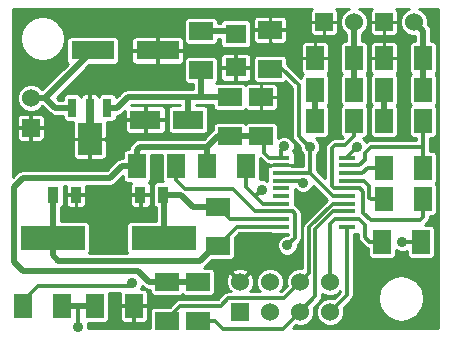
<source format=gtl>
G04 (created by PCBNEW (2013-07-07 BZR 4022)-stable) date 07/12/2013 21:30:00*
%MOIN*%
G04 Gerber Fmt 3.4, Leading zero omitted, Abs format*
%FSLAX34Y34*%
G01*
G70*
G90*
G04 APERTURE LIST*
%ADD10C,0.00393701*%
%ADD11R,0.0579X0.0165*%
%ADD12R,0.0276X0.063*%
%ADD13R,0.0276X0.0827*%
%ADD14R,0.0787X0.1083*%
%ADD15R,0.06X0.08*%
%ADD16R,0.08X0.06*%
%ADD17R,0.035X0.055*%
%ADD18R,0.2165X0.0787*%
%ADD19R,0.06X0.06*%
%ADD20C,0.06*%
%ADD21R,0.0709X0.0629*%
%ADD22R,0.1417X0.063*%
%ADD23R,0.1024X0.063*%
%ADD24C,0.035*%
%ADD25C,0.019685*%
%ADD26C,0.011811*%
%ADD27C,0.00984252*%
G04 APERTURE END LIST*
G54D10*
G54D11*
X35512Y-14438D03*
X35512Y-14694D03*
X35512Y-14950D03*
X35512Y-15206D03*
X37714Y-13674D03*
X35512Y-13670D03*
X35512Y-13926D03*
X35512Y-14182D03*
X37716Y-15462D03*
X37716Y-15206D03*
X37716Y-14950D03*
X37716Y-14694D03*
X37716Y-14438D03*
X37716Y-14182D03*
X35512Y-15462D03*
X37714Y-13926D03*
X35512Y-13414D03*
X35512Y-15718D03*
X37716Y-15718D03*
X37716Y-13414D03*
G54D12*
X29724Y-11751D03*
G54D13*
X29133Y-11849D03*
G54D12*
X28542Y-11751D03*
G54D14*
X29133Y-12794D03*
G54D15*
X40170Y-16220D03*
X38870Y-16220D03*
G54D16*
X31700Y-17550D03*
X31700Y-18850D03*
G54D15*
X30700Y-13700D03*
X32000Y-13700D03*
X33050Y-13700D03*
X34350Y-13700D03*
G54D16*
X32850Y-9200D03*
X32850Y-10500D03*
X32750Y-17550D03*
X32750Y-18850D03*
X33800Y-11400D03*
X33800Y-12700D03*
X35150Y-10450D03*
X35150Y-9150D03*
X33400Y-16350D03*
X33400Y-15050D03*
X34850Y-12700D03*
X34850Y-11400D03*
G54D15*
X38950Y-14800D03*
X40250Y-14800D03*
X38950Y-13750D03*
X40250Y-13750D03*
X38950Y-12200D03*
X40250Y-12200D03*
X36650Y-12200D03*
X37950Y-12200D03*
X40250Y-11150D03*
X38950Y-11150D03*
X40250Y-10100D03*
X38950Y-10100D03*
X37950Y-10100D03*
X36650Y-10100D03*
X37950Y-11150D03*
X36650Y-11150D03*
G54D17*
X27925Y-14650D03*
X28675Y-14650D03*
X31575Y-14650D03*
X30825Y-14650D03*
G54D18*
X27900Y-16100D03*
X31600Y-16100D03*
G54D19*
X34150Y-18550D03*
G54D20*
X34150Y-17550D03*
X35150Y-18550D03*
X35150Y-17550D03*
X36150Y-18550D03*
X36150Y-17550D03*
X37150Y-18550D03*
X37150Y-17550D03*
G54D19*
X38950Y-8900D03*
G54D20*
X39950Y-8900D03*
G54D19*
X36950Y-8900D03*
G54D20*
X37950Y-8900D03*
G54D19*
X27165Y-12417D03*
G54D20*
X27165Y-11417D03*
G54D21*
X34000Y-9291D03*
X34000Y-10409D03*
G54D22*
X29231Y-9842D03*
X31397Y-9842D03*
G54D23*
X32409Y-12150D03*
X30991Y-12150D03*
G54D15*
X26900Y-18350D03*
X28200Y-18350D03*
X29300Y-18350D03*
X30600Y-18350D03*
G54D24*
X35620Y-13040D03*
X39540Y-16220D03*
X35720Y-16340D03*
X29700Y-14650D03*
X40300Y-17000D03*
X34880Y-14480D03*
X30550Y-17600D03*
X36250Y-14250D03*
X28750Y-19050D03*
X38050Y-13050D03*
X36476Y-13050D03*
G54D25*
X28542Y-11751D02*
X27991Y-11751D01*
X27991Y-11751D02*
X27657Y-11417D01*
X27165Y-11417D02*
X27657Y-11417D01*
X27657Y-11417D02*
X29231Y-9842D01*
X33050Y-13700D02*
X33050Y-13050D01*
X30700Y-13700D02*
X30700Y-13150D01*
X33400Y-12700D02*
X33800Y-12700D01*
X33050Y-13050D02*
X33400Y-12700D01*
X30800Y-13050D02*
X33050Y-13050D01*
X30700Y-13150D02*
X30800Y-13050D01*
X31700Y-17550D02*
X31100Y-17550D01*
X30200Y-13700D02*
X30700Y-13700D01*
X29800Y-14100D02*
X30200Y-13700D01*
X26900Y-14100D02*
X29800Y-14100D01*
X26600Y-14400D02*
X26900Y-14100D01*
X26600Y-16900D02*
X26600Y-14400D01*
X26900Y-17200D02*
X26600Y-16900D01*
X30750Y-17200D02*
X26900Y-17200D01*
X31100Y-17550D02*
X30750Y-17200D01*
G54D26*
X40170Y-16220D02*
X39540Y-16220D01*
X35512Y-13147D02*
X35512Y-13414D01*
X35620Y-13040D02*
X35512Y-13147D01*
G54D25*
X32750Y-17550D02*
X31700Y-17550D01*
G54D26*
X34950Y-12700D02*
X34950Y-13250D01*
G54D25*
X33800Y-12700D02*
X34950Y-12700D01*
G54D26*
X34950Y-13250D02*
X35114Y-13414D01*
X35114Y-13414D02*
X35512Y-13414D01*
X35512Y-15206D02*
X35906Y-15206D01*
X35980Y-16080D02*
X35720Y-16340D01*
X35980Y-15280D02*
X35980Y-16080D01*
X35906Y-15206D02*
X35980Y-15280D01*
X35512Y-15206D02*
X34656Y-15206D01*
X32000Y-14150D02*
X32000Y-13700D01*
X32300Y-14450D02*
X32000Y-14150D01*
X33900Y-14450D02*
X32300Y-14450D01*
X34656Y-15206D02*
X33900Y-14450D01*
X34880Y-14480D02*
X34655Y-14705D01*
X35512Y-14950D02*
X34900Y-14950D01*
X34350Y-14400D02*
X34350Y-13700D01*
X34900Y-14950D02*
X34655Y-14705D01*
X34655Y-14705D02*
X34350Y-14400D01*
X26900Y-18350D02*
X26900Y-18200D01*
X26900Y-18200D02*
X27400Y-17700D01*
X27400Y-17700D02*
X30450Y-17700D01*
X30450Y-17700D02*
X30550Y-17600D01*
X36250Y-14250D02*
X36182Y-14182D01*
X36182Y-14182D02*
X35512Y-14182D01*
X28750Y-19050D02*
X28750Y-18400D01*
X28750Y-18400D02*
X28750Y-18350D01*
X28750Y-18350D02*
X28750Y-18400D01*
X28750Y-18400D02*
X28750Y-18350D01*
G54D25*
X28200Y-18350D02*
X28750Y-18350D01*
X28750Y-18350D02*
X29300Y-18350D01*
G54D26*
X32750Y-18850D02*
X33310Y-18850D01*
X35580Y-19120D02*
X36150Y-18550D01*
X33580Y-19120D02*
X35580Y-19120D01*
X33310Y-18850D02*
X33580Y-19120D01*
X37716Y-15206D02*
X37253Y-15206D01*
X36660Y-18040D02*
X36150Y-18550D01*
X36660Y-15800D02*
X36660Y-18040D01*
X37253Y-15206D02*
X36660Y-15800D01*
X37716Y-15462D02*
X37317Y-15462D01*
X37150Y-15630D02*
X37150Y-17550D01*
X37317Y-15462D02*
X37150Y-15630D01*
X37716Y-15462D02*
X38102Y-15462D01*
X38460Y-16220D02*
X38870Y-16220D01*
X38300Y-16060D02*
X38460Y-16220D01*
X38300Y-15660D02*
X38300Y-16060D01*
X38102Y-15462D02*
X38300Y-15660D01*
X37716Y-15718D02*
X37716Y-17983D01*
X37716Y-17983D02*
X37150Y-18550D01*
X31700Y-18850D02*
X31700Y-18800D01*
X35600Y-18100D02*
X36150Y-17550D01*
X33750Y-18100D02*
X35600Y-18100D01*
X33500Y-18350D02*
X33750Y-18100D01*
X32150Y-18350D02*
X33500Y-18350D01*
X31700Y-18800D02*
X32150Y-18350D01*
X37716Y-14950D02*
X37229Y-14950D01*
X36440Y-17260D02*
X36150Y-17550D01*
X36440Y-15740D02*
X36440Y-17260D01*
X37229Y-14950D02*
X36440Y-15740D01*
G54D25*
X33400Y-16350D02*
X33310Y-16350D01*
X27900Y-16660D02*
X27900Y-16100D01*
X28090Y-16850D02*
X27900Y-16660D01*
X32810Y-16850D02*
X28090Y-16850D01*
X33310Y-16350D02*
X32810Y-16850D01*
X27925Y-14650D02*
X27925Y-16075D01*
X27925Y-16075D02*
X27900Y-16100D01*
G54D26*
X35512Y-15718D02*
X34031Y-15718D01*
X34031Y-15718D02*
X33400Y-16350D01*
G54D25*
X31600Y-16100D02*
X31600Y-14675D01*
X31600Y-14675D02*
X31575Y-14650D01*
X33400Y-15050D02*
X32570Y-15050D01*
X32170Y-14650D02*
X31575Y-14650D01*
X32570Y-15050D02*
X32170Y-14650D01*
G54D26*
X35512Y-15462D02*
X33812Y-15462D01*
X33812Y-15462D02*
X33400Y-15050D01*
G54D25*
X40250Y-10100D02*
X40250Y-11150D01*
X39950Y-8900D02*
X40250Y-9200D01*
X40250Y-9200D02*
X40250Y-10100D01*
G54D26*
X37716Y-14438D02*
X38138Y-14438D01*
X40250Y-15400D02*
X40250Y-14800D01*
X40150Y-15500D02*
X40250Y-15400D01*
X38500Y-15500D02*
X40150Y-15500D01*
X38250Y-15250D02*
X38500Y-15500D01*
X38250Y-14550D02*
X38250Y-15250D01*
X38138Y-14438D02*
X38250Y-14550D01*
X37950Y-12200D02*
X37950Y-12700D01*
X37288Y-14438D02*
X37716Y-14438D01*
X37200Y-14350D02*
X37288Y-14438D01*
X37200Y-13100D02*
X37200Y-14350D01*
X37300Y-13000D02*
X37200Y-13100D01*
X37650Y-13000D02*
X37300Y-13000D01*
X37950Y-12700D02*
X37650Y-13000D01*
G54D25*
X38950Y-11150D02*
X38950Y-12200D01*
X37950Y-8900D02*
X37950Y-10100D01*
X37950Y-10100D02*
X37950Y-11150D01*
X32850Y-9200D02*
X33909Y-9200D01*
X33909Y-9200D02*
X34000Y-9291D01*
G54D26*
X37716Y-14182D02*
X38282Y-14182D01*
X38500Y-14800D02*
X38950Y-14800D01*
X38450Y-14750D02*
X38500Y-14800D01*
X38450Y-14350D02*
X38450Y-14750D01*
X38282Y-14182D02*
X38450Y-14350D01*
X37714Y-13926D02*
X38223Y-13926D01*
X38400Y-13750D02*
X38950Y-13750D01*
X38223Y-13926D02*
X38400Y-13750D01*
X40250Y-13750D02*
X40250Y-13050D01*
X40250Y-13050D02*
X40250Y-12200D01*
X37714Y-13674D02*
X38125Y-13674D01*
X38500Y-13050D02*
X40250Y-13050D01*
X38300Y-13250D02*
X38500Y-13050D01*
X38300Y-13500D02*
X38300Y-13250D01*
X38125Y-13674D02*
X38300Y-13500D01*
G54D25*
X36650Y-11150D02*
X36650Y-12200D01*
X32409Y-12150D02*
X32409Y-11400D01*
X32400Y-11450D02*
X32400Y-11400D01*
X32400Y-11409D02*
X32400Y-11450D01*
X32409Y-11400D02*
X32400Y-11409D01*
X29724Y-11751D02*
X30048Y-11751D01*
X30400Y-11400D02*
X32400Y-11400D01*
X32400Y-11400D02*
X32650Y-11400D01*
X30048Y-11751D02*
X30400Y-11400D01*
X32800Y-11400D02*
X32650Y-11400D01*
X33800Y-11400D02*
X32800Y-11400D01*
X32850Y-11350D02*
X32850Y-10500D01*
X32800Y-11400D02*
X32850Y-11350D01*
G54D26*
X37716Y-13414D02*
X37716Y-13383D01*
X38050Y-13050D02*
X37716Y-13383D01*
X36476Y-13926D02*
X36476Y-13050D01*
X36476Y-13050D02*
X36450Y-13050D01*
X35150Y-10450D02*
X35550Y-10450D01*
X35550Y-10450D02*
X36100Y-11000D01*
X36100Y-11000D02*
X36100Y-12700D01*
X36100Y-12700D02*
X36450Y-13050D01*
X37716Y-14694D02*
X37244Y-14694D01*
X36476Y-13926D02*
X36400Y-13926D01*
X36400Y-13926D02*
X35512Y-13926D01*
X37244Y-14694D02*
X36476Y-13926D01*
G54D10*
G36*
X31571Y-14207D02*
X31366Y-14207D01*
X31305Y-14233D01*
X31258Y-14280D01*
X31232Y-14341D01*
X31232Y-14408D01*
X31232Y-14958D01*
X31258Y-15019D01*
X31305Y-15066D01*
X31334Y-15078D01*
X31334Y-15539D01*
X31167Y-15539D01*
X31167Y-14891D01*
X31167Y-14701D01*
X31125Y-14659D01*
X30834Y-14659D01*
X30834Y-15050D01*
X30876Y-15092D01*
X31033Y-15092D01*
X31094Y-15066D01*
X31141Y-15019D01*
X31167Y-14958D01*
X31167Y-14891D01*
X31167Y-15539D01*
X30815Y-15539D01*
X30815Y-15050D01*
X30815Y-14659D01*
X30524Y-14659D01*
X30482Y-14701D01*
X30482Y-14891D01*
X30482Y-14958D01*
X30508Y-15019D01*
X30555Y-15066D01*
X30616Y-15092D01*
X30773Y-15092D01*
X30815Y-15050D01*
X30815Y-15539D01*
X30484Y-15539D01*
X30422Y-15564D01*
X30375Y-15611D01*
X30350Y-15673D01*
X30350Y-15739D01*
X30350Y-16526D01*
X30373Y-16584D01*
X29125Y-16584D01*
X29149Y-16526D01*
X29149Y-16460D01*
X29149Y-15673D01*
X29124Y-15611D01*
X29077Y-15564D01*
X29017Y-15539D01*
X29017Y-14891D01*
X29017Y-14701D01*
X28975Y-14659D01*
X28684Y-14659D01*
X28684Y-15050D01*
X28726Y-15092D01*
X28883Y-15092D01*
X28944Y-15066D01*
X28991Y-15019D01*
X29017Y-14958D01*
X29017Y-14891D01*
X29017Y-15539D01*
X29015Y-15539D01*
X28949Y-15539D01*
X28665Y-15539D01*
X28665Y-15050D01*
X28665Y-14659D01*
X28374Y-14659D01*
X28332Y-14701D01*
X28332Y-14891D01*
X28332Y-14958D01*
X28358Y-15019D01*
X28405Y-15066D01*
X28466Y-15092D01*
X28623Y-15092D01*
X28665Y-15050D01*
X28665Y-15539D01*
X28190Y-15539D01*
X28190Y-15068D01*
X28194Y-15066D01*
X28241Y-15019D01*
X28267Y-14958D01*
X28267Y-14891D01*
X28267Y-14365D01*
X28332Y-14365D01*
X28332Y-14408D01*
X28332Y-14598D01*
X28374Y-14640D01*
X28665Y-14640D01*
X28665Y-14632D01*
X28684Y-14632D01*
X28684Y-14640D01*
X28975Y-14640D01*
X29017Y-14598D01*
X29017Y-14408D01*
X29017Y-14365D01*
X29800Y-14365D01*
X29901Y-14345D01*
X29901Y-14345D01*
X29987Y-14287D01*
X30232Y-14043D01*
X30232Y-14133D01*
X30258Y-14194D01*
X30305Y-14241D01*
X30366Y-14267D01*
X30433Y-14267D01*
X30520Y-14267D01*
X30508Y-14280D01*
X30482Y-14341D01*
X30482Y-14408D01*
X30482Y-14598D01*
X30524Y-14640D01*
X30815Y-14640D01*
X30815Y-14632D01*
X30834Y-14632D01*
X30834Y-14640D01*
X31125Y-14640D01*
X31167Y-14598D01*
X31167Y-14408D01*
X31167Y-14341D01*
X31141Y-14280D01*
X31099Y-14237D01*
X31141Y-14194D01*
X31167Y-14133D01*
X31167Y-14066D01*
X31167Y-13315D01*
X31532Y-13315D01*
X31532Y-13333D01*
X31532Y-14133D01*
X31558Y-14194D01*
X31571Y-14207D01*
X31571Y-14207D01*
G37*
G54D27*
X31571Y-14207D02*
X31366Y-14207D01*
X31305Y-14233D01*
X31258Y-14280D01*
X31232Y-14341D01*
X31232Y-14408D01*
X31232Y-14958D01*
X31258Y-15019D01*
X31305Y-15066D01*
X31334Y-15078D01*
X31334Y-15539D01*
X31167Y-15539D01*
X31167Y-14891D01*
X31167Y-14701D01*
X31125Y-14659D01*
X30834Y-14659D01*
X30834Y-15050D01*
X30876Y-15092D01*
X31033Y-15092D01*
X31094Y-15066D01*
X31141Y-15019D01*
X31167Y-14958D01*
X31167Y-14891D01*
X31167Y-15539D01*
X30815Y-15539D01*
X30815Y-15050D01*
X30815Y-14659D01*
X30524Y-14659D01*
X30482Y-14701D01*
X30482Y-14891D01*
X30482Y-14958D01*
X30508Y-15019D01*
X30555Y-15066D01*
X30616Y-15092D01*
X30773Y-15092D01*
X30815Y-15050D01*
X30815Y-15539D01*
X30484Y-15539D01*
X30422Y-15564D01*
X30375Y-15611D01*
X30350Y-15673D01*
X30350Y-15739D01*
X30350Y-16526D01*
X30373Y-16584D01*
X29125Y-16584D01*
X29149Y-16526D01*
X29149Y-16460D01*
X29149Y-15673D01*
X29124Y-15611D01*
X29077Y-15564D01*
X29017Y-15539D01*
X29017Y-14891D01*
X29017Y-14701D01*
X28975Y-14659D01*
X28684Y-14659D01*
X28684Y-15050D01*
X28726Y-15092D01*
X28883Y-15092D01*
X28944Y-15066D01*
X28991Y-15019D01*
X29017Y-14958D01*
X29017Y-14891D01*
X29017Y-15539D01*
X29015Y-15539D01*
X28949Y-15539D01*
X28665Y-15539D01*
X28665Y-15050D01*
X28665Y-14659D01*
X28374Y-14659D01*
X28332Y-14701D01*
X28332Y-14891D01*
X28332Y-14958D01*
X28358Y-15019D01*
X28405Y-15066D01*
X28466Y-15092D01*
X28623Y-15092D01*
X28665Y-15050D01*
X28665Y-15539D01*
X28190Y-15539D01*
X28190Y-15068D01*
X28194Y-15066D01*
X28241Y-15019D01*
X28267Y-14958D01*
X28267Y-14891D01*
X28267Y-14365D01*
X28332Y-14365D01*
X28332Y-14408D01*
X28332Y-14598D01*
X28374Y-14640D01*
X28665Y-14640D01*
X28665Y-14632D01*
X28684Y-14632D01*
X28684Y-14640D01*
X28975Y-14640D01*
X29017Y-14598D01*
X29017Y-14408D01*
X29017Y-14365D01*
X29800Y-14365D01*
X29901Y-14345D01*
X29901Y-14345D01*
X29987Y-14287D01*
X30232Y-14043D01*
X30232Y-14133D01*
X30258Y-14194D01*
X30305Y-14241D01*
X30366Y-14267D01*
X30433Y-14267D01*
X30520Y-14267D01*
X30508Y-14280D01*
X30482Y-14341D01*
X30482Y-14408D01*
X30482Y-14598D01*
X30524Y-14640D01*
X30815Y-14640D01*
X30815Y-14632D01*
X30834Y-14632D01*
X30834Y-14640D01*
X31125Y-14640D01*
X31167Y-14598D01*
X31167Y-14408D01*
X31167Y-14341D01*
X31141Y-14280D01*
X31099Y-14237D01*
X31141Y-14194D01*
X31167Y-14133D01*
X31167Y-14066D01*
X31167Y-13315D01*
X31532Y-13315D01*
X31532Y-13333D01*
X31532Y-14133D01*
X31558Y-14194D01*
X31571Y-14207D01*
G54D10*
G36*
X37044Y-14814D02*
X36279Y-15579D01*
X36230Y-15653D01*
X36213Y-15740D01*
X36213Y-17082D01*
X36057Y-17082D01*
X35885Y-17153D01*
X35754Y-17284D01*
X35682Y-17456D01*
X35682Y-17642D01*
X35698Y-17681D01*
X35506Y-17873D01*
X35487Y-17873D01*
X35545Y-17815D01*
X35617Y-17643D01*
X35617Y-17457D01*
X35546Y-17285D01*
X35415Y-17154D01*
X35243Y-17082D01*
X35057Y-17082D01*
X34885Y-17153D01*
X34754Y-17284D01*
X34682Y-17456D01*
X34682Y-17642D01*
X34753Y-17814D01*
X34812Y-17873D01*
X34618Y-17873D01*
X34487Y-17873D01*
X34464Y-17850D01*
X34541Y-17822D01*
X34615Y-17651D01*
X34618Y-17465D01*
X34551Y-17292D01*
X34541Y-17277D01*
X34464Y-17249D01*
X34450Y-17263D01*
X34450Y-17235D01*
X34422Y-17158D01*
X34251Y-17084D01*
X34065Y-17081D01*
X33892Y-17148D01*
X33877Y-17158D01*
X33849Y-17235D01*
X34150Y-17536D01*
X34450Y-17235D01*
X34450Y-17263D01*
X34163Y-17550D01*
X34169Y-17555D01*
X34155Y-17569D01*
X34150Y-17563D01*
X34144Y-17569D01*
X34136Y-17561D01*
X34130Y-17555D01*
X34136Y-17550D01*
X33835Y-17249D01*
X33758Y-17277D01*
X33684Y-17448D01*
X33681Y-17634D01*
X33748Y-17807D01*
X33758Y-17822D01*
X33835Y-17850D01*
X33812Y-17873D01*
X33750Y-17873D01*
X33677Y-17887D01*
X33663Y-17890D01*
X33589Y-17939D01*
X33406Y-18123D01*
X32150Y-18123D01*
X32063Y-18140D01*
X31989Y-18189D01*
X31797Y-18382D01*
X31266Y-18382D01*
X31205Y-18408D01*
X31158Y-18455D01*
X31132Y-18516D01*
X31132Y-18583D01*
X31132Y-19094D01*
X31067Y-19094D01*
X31067Y-18716D01*
X31067Y-18401D01*
X31025Y-18359D01*
X30609Y-18359D01*
X30609Y-18875D01*
X30651Y-18917D01*
X30933Y-18917D01*
X30994Y-18891D01*
X31041Y-18844D01*
X31067Y-18783D01*
X31067Y-18716D01*
X31067Y-19094D01*
X30590Y-19094D01*
X30590Y-18875D01*
X30590Y-18359D01*
X30174Y-18359D01*
X30132Y-18401D01*
X30132Y-18716D01*
X30132Y-18783D01*
X30158Y-18844D01*
X30205Y-18891D01*
X30266Y-18917D01*
X30548Y-18917D01*
X30590Y-18875D01*
X30590Y-19094D01*
X29092Y-19094D01*
X29092Y-18982D01*
X29065Y-18917D01*
X29633Y-18917D01*
X29694Y-18891D01*
X29741Y-18844D01*
X29767Y-18783D01*
X29767Y-18716D01*
X29767Y-17926D01*
X30132Y-17926D01*
X30132Y-17983D01*
X30132Y-18298D01*
X30174Y-18340D01*
X30590Y-18340D01*
X30590Y-18332D01*
X30609Y-18332D01*
X30609Y-18340D01*
X31025Y-18340D01*
X31067Y-18298D01*
X31067Y-17983D01*
X31067Y-17916D01*
X31041Y-17855D01*
X30994Y-17808D01*
X30933Y-17782D01*
X30844Y-17782D01*
X30877Y-17703D01*
X30912Y-17737D01*
X30912Y-17737D01*
X30998Y-17795D01*
X30998Y-17795D01*
X31099Y-17815D01*
X31100Y-17815D01*
X31132Y-17815D01*
X31132Y-17883D01*
X31158Y-17944D01*
X31205Y-17991D01*
X31266Y-18017D01*
X31333Y-18017D01*
X32133Y-18017D01*
X32194Y-17991D01*
X32225Y-17961D01*
X32255Y-17991D01*
X32316Y-18017D01*
X32383Y-18017D01*
X33183Y-18017D01*
X33244Y-17991D01*
X33291Y-17944D01*
X33317Y-17883D01*
X33317Y-17816D01*
X33317Y-17216D01*
X33291Y-17155D01*
X33244Y-17108D01*
X33183Y-17082D01*
X33116Y-17082D01*
X32930Y-17082D01*
X32997Y-17037D01*
X33218Y-16817D01*
X33833Y-16817D01*
X33894Y-16791D01*
X33941Y-16744D01*
X33967Y-16683D01*
X33967Y-16616D01*
X33967Y-16102D01*
X34124Y-15945D01*
X35132Y-15945D01*
X35189Y-15968D01*
X35255Y-15968D01*
X35753Y-15968D01*
X35753Y-15986D01*
X35742Y-15997D01*
X35652Y-15997D01*
X35526Y-16049D01*
X35429Y-16145D01*
X35377Y-16271D01*
X35377Y-16407D01*
X35429Y-16533D01*
X35525Y-16630D01*
X35651Y-16682D01*
X35787Y-16682D01*
X35913Y-16630D01*
X36010Y-16534D01*
X36062Y-16408D01*
X36062Y-16317D01*
X36140Y-16240D01*
X36140Y-16240D01*
X36172Y-16191D01*
X36189Y-16166D01*
X36189Y-16166D01*
X36206Y-16080D01*
X36206Y-16080D01*
X36206Y-15280D01*
X36189Y-15193D01*
X36140Y-15119D01*
X36067Y-15046D01*
X35993Y-14997D01*
X35969Y-14992D01*
X35969Y-14992D01*
X35969Y-14835D01*
X35963Y-14822D01*
X35968Y-14810D01*
X35969Y-14744D01*
X35969Y-14579D01*
X35963Y-14566D01*
X35968Y-14554D01*
X35969Y-14488D01*
X35969Y-14453D01*
X36055Y-14540D01*
X36181Y-14592D01*
X36317Y-14592D01*
X36443Y-14540D01*
X36540Y-14444D01*
X36579Y-14349D01*
X37044Y-14814D01*
X37044Y-14814D01*
G37*
G54D27*
X37044Y-14814D02*
X36279Y-15579D01*
X36230Y-15653D01*
X36213Y-15740D01*
X36213Y-17082D01*
X36057Y-17082D01*
X35885Y-17153D01*
X35754Y-17284D01*
X35682Y-17456D01*
X35682Y-17642D01*
X35698Y-17681D01*
X35506Y-17873D01*
X35487Y-17873D01*
X35545Y-17815D01*
X35617Y-17643D01*
X35617Y-17457D01*
X35546Y-17285D01*
X35415Y-17154D01*
X35243Y-17082D01*
X35057Y-17082D01*
X34885Y-17153D01*
X34754Y-17284D01*
X34682Y-17456D01*
X34682Y-17642D01*
X34753Y-17814D01*
X34812Y-17873D01*
X34618Y-17873D01*
X34487Y-17873D01*
X34464Y-17850D01*
X34541Y-17822D01*
X34615Y-17651D01*
X34618Y-17465D01*
X34551Y-17292D01*
X34541Y-17277D01*
X34464Y-17249D01*
X34450Y-17263D01*
X34450Y-17235D01*
X34422Y-17158D01*
X34251Y-17084D01*
X34065Y-17081D01*
X33892Y-17148D01*
X33877Y-17158D01*
X33849Y-17235D01*
X34150Y-17536D01*
X34450Y-17235D01*
X34450Y-17263D01*
X34163Y-17550D01*
X34169Y-17555D01*
X34155Y-17569D01*
X34150Y-17563D01*
X34144Y-17569D01*
X34136Y-17561D01*
X34130Y-17555D01*
X34136Y-17550D01*
X33835Y-17249D01*
X33758Y-17277D01*
X33684Y-17448D01*
X33681Y-17634D01*
X33748Y-17807D01*
X33758Y-17822D01*
X33835Y-17850D01*
X33812Y-17873D01*
X33750Y-17873D01*
X33677Y-17887D01*
X33663Y-17890D01*
X33589Y-17939D01*
X33406Y-18123D01*
X32150Y-18123D01*
X32063Y-18140D01*
X31989Y-18189D01*
X31797Y-18382D01*
X31266Y-18382D01*
X31205Y-18408D01*
X31158Y-18455D01*
X31132Y-18516D01*
X31132Y-18583D01*
X31132Y-19094D01*
X31067Y-19094D01*
X31067Y-18716D01*
X31067Y-18401D01*
X31025Y-18359D01*
X30609Y-18359D01*
X30609Y-18875D01*
X30651Y-18917D01*
X30933Y-18917D01*
X30994Y-18891D01*
X31041Y-18844D01*
X31067Y-18783D01*
X31067Y-18716D01*
X31067Y-19094D01*
X30590Y-19094D01*
X30590Y-18875D01*
X30590Y-18359D01*
X30174Y-18359D01*
X30132Y-18401D01*
X30132Y-18716D01*
X30132Y-18783D01*
X30158Y-18844D01*
X30205Y-18891D01*
X30266Y-18917D01*
X30548Y-18917D01*
X30590Y-18875D01*
X30590Y-19094D01*
X29092Y-19094D01*
X29092Y-18982D01*
X29065Y-18917D01*
X29633Y-18917D01*
X29694Y-18891D01*
X29741Y-18844D01*
X29767Y-18783D01*
X29767Y-18716D01*
X29767Y-17926D01*
X30132Y-17926D01*
X30132Y-17983D01*
X30132Y-18298D01*
X30174Y-18340D01*
X30590Y-18340D01*
X30590Y-18332D01*
X30609Y-18332D01*
X30609Y-18340D01*
X31025Y-18340D01*
X31067Y-18298D01*
X31067Y-17983D01*
X31067Y-17916D01*
X31041Y-17855D01*
X30994Y-17808D01*
X30933Y-17782D01*
X30844Y-17782D01*
X30877Y-17703D01*
X30912Y-17737D01*
X30912Y-17737D01*
X30998Y-17795D01*
X30998Y-17795D01*
X31099Y-17815D01*
X31100Y-17815D01*
X31132Y-17815D01*
X31132Y-17883D01*
X31158Y-17944D01*
X31205Y-17991D01*
X31266Y-18017D01*
X31333Y-18017D01*
X32133Y-18017D01*
X32194Y-17991D01*
X32225Y-17961D01*
X32255Y-17991D01*
X32316Y-18017D01*
X32383Y-18017D01*
X33183Y-18017D01*
X33244Y-17991D01*
X33291Y-17944D01*
X33317Y-17883D01*
X33317Y-17816D01*
X33317Y-17216D01*
X33291Y-17155D01*
X33244Y-17108D01*
X33183Y-17082D01*
X33116Y-17082D01*
X32930Y-17082D01*
X32997Y-17037D01*
X33218Y-16817D01*
X33833Y-16817D01*
X33894Y-16791D01*
X33941Y-16744D01*
X33967Y-16683D01*
X33967Y-16616D01*
X33967Y-16102D01*
X34124Y-15945D01*
X35132Y-15945D01*
X35189Y-15968D01*
X35255Y-15968D01*
X35753Y-15968D01*
X35753Y-15986D01*
X35742Y-15997D01*
X35652Y-15997D01*
X35526Y-16049D01*
X35429Y-16145D01*
X35377Y-16271D01*
X35377Y-16407D01*
X35429Y-16533D01*
X35525Y-16630D01*
X35651Y-16682D01*
X35787Y-16682D01*
X35913Y-16630D01*
X36010Y-16534D01*
X36062Y-16408D01*
X36062Y-16317D01*
X36140Y-16240D01*
X36140Y-16240D01*
X36172Y-16191D01*
X36189Y-16166D01*
X36189Y-16166D01*
X36206Y-16080D01*
X36206Y-16080D01*
X36206Y-15280D01*
X36189Y-15193D01*
X36140Y-15119D01*
X36067Y-15046D01*
X35993Y-14997D01*
X35969Y-14992D01*
X35969Y-14992D01*
X35969Y-14835D01*
X35963Y-14822D01*
X35968Y-14810D01*
X35969Y-14744D01*
X35969Y-14579D01*
X35963Y-14566D01*
X35968Y-14554D01*
X35969Y-14488D01*
X35969Y-14453D01*
X36055Y-14540D01*
X36181Y-14592D01*
X36317Y-14592D01*
X36443Y-14540D01*
X36540Y-14444D01*
X36579Y-14349D01*
X37044Y-14814D01*
G54D10*
G36*
X37780Y-8464D02*
X37685Y-8503D01*
X37554Y-8634D01*
X37482Y-8806D01*
X37482Y-8992D01*
X37553Y-9164D01*
X37684Y-9295D01*
X37684Y-9532D01*
X37616Y-9532D01*
X37555Y-9558D01*
X37508Y-9605D01*
X37482Y-9666D01*
X37482Y-9733D01*
X37482Y-10533D01*
X37508Y-10594D01*
X37538Y-10625D01*
X37508Y-10655D01*
X37482Y-10716D01*
X37482Y-10783D01*
X37482Y-11583D01*
X37508Y-11644D01*
X37538Y-11675D01*
X37508Y-11705D01*
X37482Y-11766D01*
X37482Y-11833D01*
X37482Y-12633D01*
X37508Y-12694D01*
X37555Y-12741D01*
X37578Y-12751D01*
X37556Y-12773D01*
X37417Y-12773D01*
X37417Y-9166D01*
X37417Y-8951D01*
X37375Y-8909D01*
X36959Y-8909D01*
X36959Y-9325D01*
X37001Y-9367D01*
X37283Y-9367D01*
X37344Y-9341D01*
X37391Y-9294D01*
X37417Y-9233D01*
X37417Y-9166D01*
X37417Y-12773D01*
X37300Y-12773D01*
X37213Y-12790D01*
X37139Y-12839D01*
X37039Y-12939D01*
X36990Y-13013D01*
X36973Y-13100D01*
X36973Y-14103D01*
X36703Y-13833D01*
X36703Y-13307D01*
X36766Y-13244D01*
X36819Y-13118D01*
X36819Y-12982D01*
X36767Y-12856D01*
X36678Y-12767D01*
X36983Y-12767D01*
X37044Y-12741D01*
X37091Y-12694D01*
X37117Y-12633D01*
X37117Y-12566D01*
X37117Y-11766D01*
X37091Y-11705D01*
X37061Y-11674D01*
X37091Y-11644D01*
X37117Y-11583D01*
X37117Y-11516D01*
X37117Y-10716D01*
X37091Y-10655D01*
X37061Y-10624D01*
X37091Y-10594D01*
X37117Y-10533D01*
X37117Y-10466D01*
X37117Y-9733D01*
X37117Y-9666D01*
X37091Y-9605D01*
X37044Y-9558D01*
X36983Y-9532D01*
X36940Y-9532D01*
X36940Y-9325D01*
X36940Y-8909D01*
X36524Y-8909D01*
X36482Y-8951D01*
X36482Y-9166D01*
X36482Y-9233D01*
X36508Y-9294D01*
X36555Y-9341D01*
X36616Y-9367D01*
X36898Y-9367D01*
X36940Y-9325D01*
X36940Y-9532D01*
X36701Y-9532D01*
X36659Y-9574D01*
X36659Y-10090D01*
X37075Y-10090D01*
X37117Y-10048D01*
X37117Y-9733D01*
X37117Y-10466D01*
X37117Y-10151D01*
X37075Y-10109D01*
X36659Y-10109D01*
X36659Y-10117D01*
X36640Y-10117D01*
X36640Y-10109D01*
X36640Y-10090D01*
X36640Y-9574D01*
X36598Y-9532D01*
X36316Y-9532D01*
X36255Y-9558D01*
X36208Y-9605D01*
X36182Y-9666D01*
X36182Y-9733D01*
X36182Y-10048D01*
X36224Y-10090D01*
X36640Y-10090D01*
X36640Y-10109D01*
X36224Y-10109D01*
X36182Y-10151D01*
X36182Y-10466D01*
X36182Y-10533D01*
X36208Y-10594D01*
X36238Y-10625D01*
X36208Y-10655D01*
X36182Y-10716D01*
X36182Y-10762D01*
X35717Y-10297D01*
X35717Y-10116D01*
X35717Y-9483D01*
X35717Y-8816D01*
X35691Y-8755D01*
X35644Y-8708D01*
X35583Y-8682D01*
X35516Y-8682D01*
X35201Y-8682D01*
X35159Y-8724D01*
X35159Y-9140D01*
X35675Y-9140D01*
X35717Y-9098D01*
X35717Y-8816D01*
X35717Y-9483D01*
X35717Y-9201D01*
X35675Y-9159D01*
X35159Y-9159D01*
X35159Y-9575D01*
X35201Y-9617D01*
X35516Y-9617D01*
X35583Y-9617D01*
X35644Y-9591D01*
X35691Y-9544D01*
X35717Y-9483D01*
X35717Y-10116D01*
X35691Y-10055D01*
X35644Y-10008D01*
X35583Y-9982D01*
X35516Y-9982D01*
X35140Y-9982D01*
X35140Y-9575D01*
X35140Y-9159D01*
X35140Y-9140D01*
X35140Y-8724D01*
X35098Y-8682D01*
X34783Y-8682D01*
X34716Y-8682D01*
X34655Y-8708D01*
X34608Y-8755D01*
X34582Y-8816D01*
X34582Y-9098D01*
X34624Y-9140D01*
X35140Y-9140D01*
X35140Y-9159D01*
X34624Y-9159D01*
X34582Y-9201D01*
X34582Y-9483D01*
X34608Y-9544D01*
X34655Y-9591D01*
X34716Y-9617D01*
X34783Y-9617D01*
X35098Y-9617D01*
X35140Y-9575D01*
X35140Y-9982D01*
X34716Y-9982D01*
X34655Y-10008D01*
X34608Y-10055D01*
X34582Y-10116D01*
X34582Y-10183D01*
X34582Y-10783D01*
X34608Y-10844D01*
X34655Y-10891D01*
X34716Y-10917D01*
X34783Y-10917D01*
X35583Y-10917D01*
X35644Y-10891D01*
X35658Y-10878D01*
X35873Y-11093D01*
X35873Y-12700D01*
X35890Y-12786D01*
X35939Y-12860D01*
X36134Y-13054D01*
X36134Y-13117D01*
X36186Y-13243D01*
X36250Y-13307D01*
X36250Y-13700D01*
X35946Y-13700D01*
X35927Y-13680D01*
X35843Y-13680D01*
X35835Y-13677D01*
X35768Y-13677D01*
X35189Y-13677D01*
X35180Y-13680D01*
X35097Y-13680D01*
X35055Y-13722D01*
X35055Y-13786D01*
X35060Y-13798D01*
X35055Y-13811D01*
X35055Y-13877D01*
X35055Y-14042D01*
X35060Y-14054D01*
X35055Y-14067D01*
X35055Y-14133D01*
X35055Y-14182D01*
X34948Y-14137D01*
X34815Y-14137D01*
X34817Y-14133D01*
X34817Y-14066D01*
X34817Y-13437D01*
X34954Y-13575D01*
X34954Y-13575D01*
X35028Y-13624D01*
X35068Y-13631D01*
X35097Y-13661D01*
X35180Y-13661D01*
X35189Y-13664D01*
X35255Y-13664D01*
X35834Y-13664D01*
X35843Y-13661D01*
X35927Y-13661D01*
X35968Y-13619D01*
X35969Y-13555D01*
X35963Y-13542D01*
X35968Y-13530D01*
X35969Y-13464D01*
X35969Y-13299D01*
X35943Y-13237D01*
X35918Y-13212D01*
X35962Y-13108D01*
X35962Y-12972D01*
X35910Y-12846D01*
X35814Y-12749D01*
X35688Y-12697D01*
X35552Y-12697D01*
X35426Y-12749D01*
X35417Y-12758D01*
X35417Y-12366D01*
X35417Y-11733D01*
X35417Y-11066D01*
X35391Y-11005D01*
X35344Y-10958D01*
X35283Y-10932D01*
X35216Y-10932D01*
X34901Y-10932D01*
X34859Y-10974D01*
X34859Y-11390D01*
X35375Y-11390D01*
X35417Y-11348D01*
X35417Y-11066D01*
X35417Y-11733D01*
X35417Y-11451D01*
X35375Y-11409D01*
X34859Y-11409D01*
X34859Y-11825D01*
X34901Y-11867D01*
X35216Y-11867D01*
X35283Y-11867D01*
X35344Y-11841D01*
X35391Y-11794D01*
X35417Y-11733D01*
X35417Y-12366D01*
X35391Y-12305D01*
X35344Y-12258D01*
X35283Y-12232D01*
X35216Y-12232D01*
X34840Y-12232D01*
X34840Y-11825D01*
X34840Y-11409D01*
X34832Y-11409D01*
X34832Y-11390D01*
X34840Y-11390D01*
X34840Y-10974D01*
X34798Y-10932D01*
X34521Y-10932D01*
X34521Y-10756D01*
X34521Y-10061D01*
X34521Y-9572D01*
X34521Y-8943D01*
X34496Y-8881D01*
X34449Y-8834D01*
X34387Y-8809D01*
X34321Y-8809D01*
X33612Y-8809D01*
X33550Y-8834D01*
X33503Y-8881D01*
X33481Y-8934D01*
X33417Y-8934D01*
X33417Y-8866D01*
X33391Y-8805D01*
X33344Y-8758D01*
X33283Y-8732D01*
X33216Y-8732D01*
X32416Y-8732D01*
X32355Y-8758D01*
X32308Y-8805D01*
X32282Y-8866D01*
X32282Y-8933D01*
X32282Y-9533D01*
X32308Y-9594D01*
X32355Y-9641D01*
X32416Y-9667D01*
X32483Y-9667D01*
X33283Y-9667D01*
X33344Y-9641D01*
X33391Y-9594D01*
X33417Y-9533D01*
X33417Y-9466D01*
X33417Y-9465D01*
X33478Y-9465D01*
X33478Y-9638D01*
X33503Y-9700D01*
X33550Y-9747D01*
X33612Y-9772D01*
X33678Y-9772D01*
X34387Y-9772D01*
X34449Y-9747D01*
X34496Y-9700D01*
X34521Y-9638D01*
X34521Y-9572D01*
X34521Y-10061D01*
X34496Y-9999D01*
X34449Y-9952D01*
X34387Y-9927D01*
X34321Y-9927D01*
X34051Y-9927D01*
X34009Y-9969D01*
X34009Y-10399D01*
X34479Y-10399D01*
X34521Y-10357D01*
X34521Y-10061D01*
X34521Y-10756D01*
X34521Y-10460D01*
X34479Y-10418D01*
X34009Y-10418D01*
X34009Y-10848D01*
X34051Y-10890D01*
X34321Y-10890D01*
X34387Y-10890D01*
X34449Y-10865D01*
X34496Y-10818D01*
X34521Y-10756D01*
X34521Y-10932D01*
X34483Y-10932D01*
X34416Y-10932D01*
X34355Y-10958D01*
X34325Y-10988D01*
X34294Y-10958D01*
X34233Y-10932D01*
X34166Y-10932D01*
X33990Y-10932D01*
X33990Y-10848D01*
X33990Y-10418D01*
X33990Y-10399D01*
X33990Y-9969D01*
X33948Y-9927D01*
X33678Y-9927D01*
X33612Y-9927D01*
X33550Y-9952D01*
X33503Y-9999D01*
X33478Y-10061D01*
X33478Y-10357D01*
X33520Y-10399D01*
X33990Y-10399D01*
X33990Y-10418D01*
X33520Y-10418D01*
X33478Y-10460D01*
X33478Y-10756D01*
X33503Y-10818D01*
X33550Y-10865D01*
X33612Y-10890D01*
X33678Y-10890D01*
X33948Y-10890D01*
X33990Y-10848D01*
X33990Y-10932D01*
X33366Y-10932D01*
X33344Y-10941D01*
X33391Y-10894D01*
X33417Y-10833D01*
X33417Y-10766D01*
X33417Y-10166D01*
X33391Y-10105D01*
X33344Y-10058D01*
X33283Y-10032D01*
X33216Y-10032D01*
X32416Y-10032D01*
X32355Y-10058D01*
X32308Y-10105D01*
X32282Y-10166D01*
X32282Y-10233D01*
X32282Y-10833D01*
X32308Y-10894D01*
X32355Y-10941D01*
X32416Y-10967D01*
X32483Y-10967D01*
X32584Y-10967D01*
X32584Y-11134D01*
X32409Y-11134D01*
X32400Y-11134D01*
X32273Y-11134D01*
X32273Y-10124D01*
X32273Y-9560D01*
X32273Y-9494D01*
X32248Y-9432D01*
X32201Y-9385D01*
X32139Y-9360D01*
X31449Y-9360D01*
X31407Y-9402D01*
X31407Y-9832D01*
X32231Y-9832D01*
X32273Y-9790D01*
X32273Y-9560D01*
X32273Y-10124D01*
X32273Y-9894D01*
X32231Y-9852D01*
X31407Y-9852D01*
X31407Y-10283D01*
X31449Y-10324D01*
X32139Y-10324D01*
X32201Y-10299D01*
X32248Y-10252D01*
X32273Y-10190D01*
X32273Y-10124D01*
X32273Y-11134D01*
X31388Y-11134D01*
X31388Y-10283D01*
X31388Y-9852D01*
X31388Y-9832D01*
X31388Y-9402D01*
X31346Y-9360D01*
X30656Y-9360D01*
X30594Y-9385D01*
X30547Y-9432D01*
X30522Y-9494D01*
X30522Y-9560D01*
X30522Y-9790D01*
X30563Y-9832D01*
X31388Y-9832D01*
X31388Y-9852D01*
X30563Y-9852D01*
X30522Y-9894D01*
X30522Y-10124D01*
X30522Y-10190D01*
X30547Y-10252D01*
X30594Y-10299D01*
X30656Y-10324D01*
X31346Y-10324D01*
X31388Y-10283D01*
X31388Y-11134D01*
X30400Y-11134D01*
X30298Y-11154D01*
X30212Y-11212D01*
X30107Y-11316D01*
X30107Y-10124D01*
X30107Y-9494D01*
X30082Y-9432D01*
X30035Y-9385D01*
X29973Y-9360D01*
X29907Y-9360D01*
X28490Y-9360D01*
X28428Y-9385D01*
X28381Y-9432D01*
X28356Y-9494D01*
X28356Y-9560D01*
X28356Y-10190D01*
X28381Y-10252D01*
X28413Y-10284D01*
X28309Y-10389D01*
X28309Y-9487D01*
X28309Y-9448D01*
X28309Y-9410D01*
X28309Y-9410D01*
X28309Y-9410D01*
X28266Y-9197D01*
X28237Y-9126D01*
X28236Y-9125D01*
X28116Y-8946D01*
X28116Y-8945D01*
X28062Y-8891D01*
X27881Y-8770D01*
X27810Y-8741D01*
X27809Y-8741D01*
X27598Y-8699D01*
X27597Y-8698D01*
X27520Y-8698D01*
X27307Y-8741D01*
X27236Y-8770D01*
X27235Y-8771D01*
X27056Y-8891D01*
X27055Y-8891D01*
X27001Y-8945D01*
X26880Y-9126D01*
X26851Y-9197D01*
X26851Y-9198D01*
X26809Y-9410D01*
X26809Y-9410D01*
X26809Y-9410D01*
X26809Y-9448D01*
X26809Y-9487D01*
X26809Y-9487D01*
X26809Y-9487D01*
X26851Y-9699D01*
X26851Y-9700D01*
X26880Y-9771D01*
X27001Y-9951D01*
X27055Y-10006D01*
X27056Y-10006D01*
X27235Y-10126D01*
X27236Y-10126D01*
X27307Y-10156D01*
X27520Y-10198D01*
X27597Y-10198D01*
X27598Y-10198D01*
X27809Y-10156D01*
X27810Y-10156D01*
X27881Y-10126D01*
X28062Y-10006D01*
X28116Y-9952D01*
X28116Y-9951D01*
X28236Y-9772D01*
X28237Y-9771D01*
X28266Y-9700D01*
X28309Y-9487D01*
X28309Y-9487D01*
X28309Y-9487D01*
X28309Y-10389D01*
X27553Y-11144D01*
X27430Y-11021D01*
X27258Y-10950D01*
X27072Y-10949D01*
X26900Y-11020D01*
X26769Y-11152D01*
X26698Y-11323D01*
X26697Y-11509D01*
X26768Y-11681D01*
X26900Y-11813D01*
X27071Y-11884D01*
X27257Y-11884D01*
X27429Y-11813D01*
X27553Y-11689D01*
X27803Y-11939D01*
X27803Y-11939D01*
X27861Y-11978D01*
X27889Y-11997D01*
X27889Y-11997D01*
X27991Y-12017D01*
X27991Y-12017D01*
X28237Y-12017D01*
X28237Y-12099D01*
X28262Y-12161D01*
X28309Y-12208D01*
X28371Y-12234D01*
X28437Y-12234D01*
X28573Y-12234D01*
X28573Y-12286D01*
X28573Y-12743D01*
X28614Y-12784D01*
X29124Y-12784D01*
X29124Y-12388D01*
X29124Y-12127D01*
X29124Y-11859D01*
X29116Y-11859D01*
X29116Y-11839D01*
X29124Y-11839D01*
X29124Y-11310D01*
X29082Y-11268D01*
X28962Y-11268D01*
X28901Y-11294D01*
X28854Y-11341D01*
X28838Y-11379D01*
X28822Y-11342D01*
X28775Y-11294D01*
X28714Y-11269D01*
X28647Y-11269D01*
X28371Y-11269D01*
X28310Y-11294D01*
X28263Y-11341D01*
X28237Y-11403D01*
X28237Y-11469D01*
X28237Y-11485D01*
X28101Y-11485D01*
X28032Y-11417D01*
X29125Y-10324D01*
X29973Y-10324D01*
X30035Y-10299D01*
X30082Y-10252D01*
X30107Y-10190D01*
X30107Y-10124D01*
X30107Y-11316D01*
X30027Y-11396D01*
X30004Y-11342D01*
X29957Y-11294D01*
X29896Y-11269D01*
X29829Y-11269D01*
X29553Y-11269D01*
X29492Y-11294D01*
X29445Y-11341D01*
X29429Y-11379D01*
X29413Y-11341D01*
X29366Y-11294D01*
X29304Y-11268D01*
X29185Y-11268D01*
X29143Y-11310D01*
X29143Y-11839D01*
X29151Y-11839D01*
X29151Y-11859D01*
X29143Y-11859D01*
X29143Y-12127D01*
X29143Y-12388D01*
X29143Y-12784D01*
X29652Y-12784D01*
X29694Y-12743D01*
X29694Y-12286D01*
X29694Y-12234D01*
X29895Y-12234D01*
X29957Y-12208D01*
X30004Y-12161D01*
X30030Y-12100D01*
X30030Y-12033D01*
X30030Y-12017D01*
X30048Y-12017D01*
X30149Y-11997D01*
X30149Y-11997D01*
X30236Y-11939D01*
X30311Y-11864D01*
X30311Y-11868D01*
X30311Y-12098D01*
X30353Y-12140D01*
X30981Y-12140D01*
X30981Y-11709D01*
X30939Y-11667D01*
X30508Y-11667D01*
X30510Y-11665D01*
X32143Y-11665D01*
X32143Y-11667D01*
X31863Y-11667D01*
X31802Y-11693D01*
X31755Y-11740D01*
X31729Y-11801D01*
X31729Y-11868D01*
X31729Y-12498D01*
X31755Y-12559D01*
X31802Y-12606D01*
X31863Y-12632D01*
X31930Y-12632D01*
X32954Y-12632D01*
X33015Y-12606D01*
X33062Y-12559D01*
X33088Y-12498D01*
X33088Y-12431D01*
X33088Y-11801D01*
X33062Y-11740D01*
X33015Y-11693D01*
X32954Y-11667D01*
X32887Y-11667D01*
X32674Y-11667D01*
X32674Y-11665D01*
X32800Y-11665D01*
X33232Y-11665D01*
X33232Y-11733D01*
X33258Y-11794D01*
X33305Y-11841D01*
X33366Y-11867D01*
X33433Y-11867D01*
X34233Y-11867D01*
X34294Y-11841D01*
X34325Y-11811D01*
X34355Y-11841D01*
X34416Y-11867D01*
X34483Y-11867D01*
X34798Y-11867D01*
X34840Y-11825D01*
X34840Y-12232D01*
X34416Y-12232D01*
X34355Y-12258D01*
X34324Y-12288D01*
X34294Y-12258D01*
X34233Y-12232D01*
X34166Y-12232D01*
X33366Y-12232D01*
X33305Y-12258D01*
X33258Y-12305D01*
X33232Y-12366D01*
X33232Y-12433D01*
X33232Y-12498D01*
X33212Y-12512D01*
X33212Y-12512D01*
X33212Y-12512D01*
X32939Y-12784D01*
X31670Y-12784D01*
X31670Y-12431D01*
X31670Y-11868D01*
X31670Y-11801D01*
X31644Y-11740D01*
X31597Y-11693D01*
X31536Y-11667D01*
X31042Y-11667D01*
X31000Y-11709D01*
X31000Y-12140D01*
X31628Y-12140D01*
X31670Y-12098D01*
X31670Y-11868D01*
X31670Y-12431D01*
X31670Y-12201D01*
X31628Y-12159D01*
X31000Y-12159D01*
X31000Y-12590D01*
X31042Y-12632D01*
X31536Y-12632D01*
X31597Y-12606D01*
X31644Y-12559D01*
X31670Y-12498D01*
X31670Y-12431D01*
X31670Y-12784D01*
X30981Y-12784D01*
X30981Y-12590D01*
X30981Y-12159D01*
X30353Y-12159D01*
X30311Y-12201D01*
X30311Y-12431D01*
X30311Y-12498D01*
X30337Y-12559D01*
X30384Y-12606D01*
X30445Y-12632D01*
X30939Y-12632D01*
X30981Y-12590D01*
X30981Y-12784D01*
X30800Y-12784D01*
X30698Y-12804D01*
X30612Y-12862D01*
X30512Y-12962D01*
X30454Y-13048D01*
X30437Y-13132D01*
X30366Y-13132D01*
X30305Y-13158D01*
X30258Y-13205D01*
X30232Y-13266D01*
X30232Y-13333D01*
X30232Y-13434D01*
X30200Y-13434D01*
X30098Y-13454D01*
X30012Y-13512D01*
X30012Y-13512D01*
X30012Y-13512D01*
X29694Y-13829D01*
X29694Y-13303D01*
X29694Y-12846D01*
X29652Y-12804D01*
X29143Y-12804D01*
X29143Y-13461D01*
X29185Y-13503D01*
X29560Y-13503D01*
X29622Y-13478D01*
X29669Y-13431D01*
X29694Y-13369D01*
X29694Y-13303D01*
X29694Y-13829D01*
X29689Y-13834D01*
X29124Y-13834D01*
X29124Y-13461D01*
X29124Y-12804D01*
X28614Y-12804D01*
X28573Y-12846D01*
X28573Y-13303D01*
X28573Y-13369D01*
X28598Y-13431D01*
X28645Y-13478D01*
X28707Y-13503D01*
X29082Y-13503D01*
X29124Y-13461D01*
X29124Y-13834D01*
X27632Y-13834D01*
X27632Y-12750D01*
X27632Y-12084D01*
X27607Y-12022D01*
X27560Y-11975D01*
X27498Y-11950D01*
X27432Y-11949D01*
X27217Y-11950D01*
X27175Y-11991D01*
X27175Y-12407D01*
X27590Y-12407D01*
X27632Y-12365D01*
X27632Y-12084D01*
X27632Y-12750D01*
X27632Y-12468D01*
X27590Y-12427D01*
X27175Y-12427D01*
X27175Y-12842D01*
X27217Y-12884D01*
X27432Y-12884D01*
X27498Y-12884D01*
X27560Y-12859D01*
X27607Y-12811D01*
X27632Y-12750D01*
X27632Y-13834D01*
X27155Y-13834D01*
X27155Y-12842D01*
X27155Y-12427D01*
X27155Y-12407D01*
X27155Y-11991D01*
X27113Y-11950D01*
X26898Y-11949D01*
X26831Y-11950D01*
X26770Y-11975D01*
X26723Y-12022D01*
X26698Y-12084D01*
X26698Y-12365D01*
X26739Y-12407D01*
X27155Y-12407D01*
X27155Y-12427D01*
X26739Y-12427D01*
X26698Y-12468D01*
X26698Y-12750D01*
X26723Y-12811D01*
X26770Y-12859D01*
X26831Y-12884D01*
X26898Y-12884D01*
X27113Y-12884D01*
X27155Y-12842D01*
X27155Y-13834D01*
X26900Y-13834D01*
X26798Y-13854D01*
X26769Y-13873D01*
X26712Y-13912D01*
X26574Y-14049D01*
X26574Y-8464D01*
X36548Y-8464D01*
X36508Y-8505D01*
X36482Y-8566D01*
X36482Y-8633D01*
X36482Y-8848D01*
X36524Y-8890D01*
X36940Y-8890D01*
X36940Y-8882D01*
X36959Y-8882D01*
X36959Y-8890D01*
X37375Y-8890D01*
X37417Y-8848D01*
X37417Y-8633D01*
X37417Y-8566D01*
X37391Y-8505D01*
X37351Y-8464D01*
X37780Y-8464D01*
X37780Y-8464D01*
G37*
G54D27*
X37780Y-8464D02*
X37685Y-8503D01*
X37554Y-8634D01*
X37482Y-8806D01*
X37482Y-8992D01*
X37553Y-9164D01*
X37684Y-9295D01*
X37684Y-9532D01*
X37616Y-9532D01*
X37555Y-9558D01*
X37508Y-9605D01*
X37482Y-9666D01*
X37482Y-9733D01*
X37482Y-10533D01*
X37508Y-10594D01*
X37538Y-10625D01*
X37508Y-10655D01*
X37482Y-10716D01*
X37482Y-10783D01*
X37482Y-11583D01*
X37508Y-11644D01*
X37538Y-11675D01*
X37508Y-11705D01*
X37482Y-11766D01*
X37482Y-11833D01*
X37482Y-12633D01*
X37508Y-12694D01*
X37555Y-12741D01*
X37578Y-12751D01*
X37556Y-12773D01*
X37417Y-12773D01*
X37417Y-9166D01*
X37417Y-8951D01*
X37375Y-8909D01*
X36959Y-8909D01*
X36959Y-9325D01*
X37001Y-9367D01*
X37283Y-9367D01*
X37344Y-9341D01*
X37391Y-9294D01*
X37417Y-9233D01*
X37417Y-9166D01*
X37417Y-12773D01*
X37300Y-12773D01*
X37213Y-12790D01*
X37139Y-12839D01*
X37039Y-12939D01*
X36990Y-13013D01*
X36973Y-13100D01*
X36973Y-14103D01*
X36703Y-13833D01*
X36703Y-13307D01*
X36766Y-13244D01*
X36819Y-13118D01*
X36819Y-12982D01*
X36767Y-12856D01*
X36678Y-12767D01*
X36983Y-12767D01*
X37044Y-12741D01*
X37091Y-12694D01*
X37117Y-12633D01*
X37117Y-12566D01*
X37117Y-11766D01*
X37091Y-11705D01*
X37061Y-11674D01*
X37091Y-11644D01*
X37117Y-11583D01*
X37117Y-11516D01*
X37117Y-10716D01*
X37091Y-10655D01*
X37061Y-10624D01*
X37091Y-10594D01*
X37117Y-10533D01*
X37117Y-10466D01*
X37117Y-9733D01*
X37117Y-9666D01*
X37091Y-9605D01*
X37044Y-9558D01*
X36983Y-9532D01*
X36940Y-9532D01*
X36940Y-9325D01*
X36940Y-8909D01*
X36524Y-8909D01*
X36482Y-8951D01*
X36482Y-9166D01*
X36482Y-9233D01*
X36508Y-9294D01*
X36555Y-9341D01*
X36616Y-9367D01*
X36898Y-9367D01*
X36940Y-9325D01*
X36940Y-9532D01*
X36701Y-9532D01*
X36659Y-9574D01*
X36659Y-10090D01*
X37075Y-10090D01*
X37117Y-10048D01*
X37117Y-9733D01*
X37117Y-10466D01*
X37117Y-10151D01*
X37075Y-10109D01*
X36659Y-10109D01*
X36659Y-10117D01*
X36640Y-10117D01*
X36640Y-10109D01*
X36640Y-10090D01*
X36640Y-9574D01*
X36598Y-9532D01*
X36316Y-9532D01*
X36255Y-9558D01*
X36208Y-9605D01*
X36182Y-9666D01*
X36182Y-9733D01*
X36182Y-10048D01*
X36224Y-10090D01*
X36640Y-10090D01*
X36640Y-10109D01*
X36224Y-10109D01*
X36182Y-10151D01*
X36182Y-10466D01*
X36182Y-10533D01*
X36208Y-10594D01*
X36238Y-10625D01*
X36208Y-10655D01*
X36182Y-10716D01*
X36182Y-10762D01*
X35717Y-10297D01*
X35717Y-10116D01*
X35717Y-9483D01*
X35717Y-8816D01*
X35691Y-8755D01*
X35644Y-8708D01*
X35583Y-8682D01*
X35516Y-8682D01*
X35201Y-8682D01*
X35159Y-8724D01*
X35159Y-9140D01*
X35675Y-9140D01*
X35717Y-9098D01*
X35717Y-8816D01*
X35717Y-9483D01*
X35717Y-9201D01*
X35675Y-9159D01*
X35159Y-9159D01*
X35159Y-9575D01*
X35201Y-9617D01*
X35516Y-9617D01*
X35583Y-9617D01*
X35644Y-9591D01*
X35691Y-9544D01*
X35717Y-9483D01*
X35717Y-10116D01*
X35691Y-10055D01*
X35644Y-10008D01*
X35583Y-9982D01*
X35516Y-9982D01*
X35140Y-9982D01*
X35140Y-9575D01*
X35140Y-9159D01*
X35140Y-9140D01*
X35140Y-8724D01*
X35098Y-8682D01*
X34783Y-8682D01*
X34716Y-8682D01*
X34655Y-8708D01*
X34608Y-8755D01*
X34582Y-8816D01*
X34582Y-9098D01*
X34624Y-9140D01*
X35140Y-9140D01*
X35140Y-9159D01*
X34624Y-9159D01*
X34582Y-9201D01*
X34582Y-9483D01*
X34608Y-9544D01*
X34655Y-9591D01*
X34716Y-9617D01*
X34783Y-9617D01*
X35098Y-9617D01*
X35140Y-9575D01*
X35140Y-9982D01*
X34716Y-9982D01*
X34655Y-10008D01*
X34608Y-10055D01*
X34582Y-10116D01*
X34582Y-10183D01*
X34582Y-10783D01*
X34608Y-10844D01*
X34655Y-10891D01*
X34716Y-10917D01*
X34783Y-10917D01*
X35583Y-10917D01*
X35644Y-10891D01*
X35658Y-10878D01*
X35873Y-11093D01*
X35873Y-12700D01*
X35890Y-12786D01*
X35939Y-12860D01*
X36134Y-13054D01*
X36134Y-13117D01*
X36186Y-13243D01*
X36250Y-13307D01*
X36250Y-13700D01*
X35946Y-13700D01*
X35927Y-13680D01*
X35843Y-13680D01*
X35835Y-13677D01*
X35768Y-13677D01*
X35189Y-13677D01*
X35180Y-13680D01*
X35097Y-13680D01*
X35055Y-13722D01*
X35055Y-13786D01*
X35060Y-13798D01*
X35055Y-13811D01*
X35055Y-13877D01*
X35055Y-14042D01*
X35060Y-14054D01*
X35055Y-14067D01*
X35055Y-14133D01*
X35055Y-14182D01*
X34948Y-14137D01*
X34815Y-14137D01*
X34817Y-14133D01*
X34817Y-14066D01*
X34817Y-13437D01*
X34954Y-13575D01*
X34954Y-13575D01*
X35028Y-13624D01*
X35068Y-13631D01*
X35097Y-13661D01*
X35180Y-13661D01*
X35189Y-13664D01*
X35255Y-13664D01*
X35834Y-13664D01*
X35843Y-13661D01*
X35927Y-13661D01*
X35968Y-13619D01*
X35969Y-13555D01*
X35963Y-13542D01*
X35968Y-13530D01*
X35969Y-13464D01*
X35969Y-13299D01*
X35943Y-13237D01*
X35918Y-13212D01*
X35962Y-13108D01*
X35962Y-12972D01*
X35910Y-12846D01*
X35814Y-12749D01*
X35688Y-12697D01*
X35552Y-12697D01*
X35426Y-12749D01*
X35417Y-12758D01*
X35417Y-12366D01*
X35417Y-11733D01*
X35417Y-11066D01*
X35391Y-11005D01*
X35344Y-10958D01*
X35283Y-10932D01*
X35216Y-10932D01*
X34901Y-10932D01*
X34859Y-10974D01*
X34859Y-11390D01*
X35375Y-11390D01*
X35417Y-11348D01*
X35417Y-11066D01*
X35417Y-11733D01*
X35417Y-11451D01*
X35375Y-11409D01*
X34859Y-11409D01*
X34859Y-11825D01*
X34901Y-11867D01*
X35216Y-11867D01*
X35283Y-11867D01*
X35344Y-11841D01*
X35391Y-11794D01*
X35417Y-11733D01*
X35417Y-12366D01*
X35391Y-12305D01*
X35344Y-12258D01*
X35283Y-12232D01*
X35216Y-12232D01*
X34840Y-12232D01*
X34840Y-11825D01*
X34840Y-11409D01*
X34832Y-11409D01*
X34832Y-11390D01*
X34840Y-11390D01*
X34840Y-10974D01*
X34798Y-10932D01*
X34521Y-10932D01*
X34521Y-10756D01*
X34521Y-10061D01*
X34521Y-9572D01*
X34521Y-8943D01*
X34496Y-8881D01*
X34449Y-8834D01*
X34387Y-8809D01*
X34321Y-8809D01*
X33612Y-8809D01*
X33550Y-8834D01*
X33503Y-8881D01*
X33481Y-8934D01*
X33417Y-8934D01*
X33417Y-8866D01*
X33391Y-8805D01*
X33344Y-8758D01*
X33283Y-8732D01*
X33216Y-8732D01*
X32416Y-8732D01*
X32355Y-8758D01*
X32308Y-8805D01*
X32282Y-8866D01*
X32282Y-8933D01*
X32282Y-9533D01*
X32308Y-9594D01*
X32355Y-9641D01*
X32416Y-9667D01*
X32483Y-9667D01*
X33283Y-9667D01*
X33344Y-9641D01*
X33391Y-9594D01*
X33417Y-9533D01*
X33417Y-9466D01*
X33417Y-9465D01*
X33478Y-9465D01*
X33478Y-9638D01*
X33503Y-9700D01*
X33550Y-9747D01*
X33612Y-9772D01*
X33678Y-9772D01*
X34387Y-9772D01*
X34449Y-9747D01*
X34496Y-9700D01*
X34521Y-9638D01*
X34521Y-9572D01*
X34521Y-10061D01*
X34496Y-9999D01*
X34449Y-9952D01*
X34387Y-9927D01*
X34321Y-9927D01*
X34051Y-9927D01*
X34009Y-9969D01*
X34009Y-10399D01*
X34479Y-10399D01*
X34521Y-10357D01*
X34521Y-10061D01*
X34521Y-10756D01*
X34521Y-10460D01*
X34479Y-10418D01*
X34009Y-10418D01*
X34009Y-10848D01*
X34051Y-10890D01*
X34321Y-10890D01*
X34387Y-10890D01*
X34449Y-10865D01*
X34496Y-10818D01*
X34521Y-10756D01*
X34521Y-10932D01*
X34483Y-10932D01*
X34416Y-10932D01*
X34355Y-10958D01*
X34325Y-10988D01*
X34294Y-10958D01*
X34233Y-10932D01*
X34166Y-10932D01*
X33990Y-10932D01*
X33990Y-10848D01*
X33990Y-10418D01*
X33990Y-10399D01*
X33990Y-9969D01*
X33948Y-9927D01*
X33678Y-9927D01*
X33612Y-9927D01*
X33550Y-9952D01*
X33503Y-9999D01*
X33478Y-10061D01*
X33478Y-10357D01*
X33520Y-10399D01*
X33990Y-10399D01*
X33990Y-10418D01*
X33520Y-10418D01*
X33478Y-10460D01*
X33478Y-10756D01*
X33503Y-10818D01*
X33550Y-10865D01*
X33612Y-10890D01*
X33678Y-10890D01*
X33948Y-10890D01*
X33990Y-10848D01*
X33990Y-10932D01*
X33366Y-10932D01*
X33344Y-10941D01*
X33391Y-10894D01*
X33417Y-10833D01*
X33417Y-10766D01*
X33417Y-10166D01*
X33391Y-10105D01*
X33344Y-10058D01*
X33283Y-10032D01*
X33216Y-10032D01*
X32416Y-10032D01*
X32355Y-10058D01*
X32308Y-10105D01*
X32282Y-10166D01*
X32282Y-10233D01*
X32282Y-10833D01*
X32308Y-10894D01*
X32355Y-10941D01*
X32416Y-10967D01*
X32483Y-10967D01*
X32584Y-10967D01*
X32584Y-11134D01*
X32409Y-11134D01*
X32400Y-11134D01*
X32273Y-11134D01*
X32273Y-10124D01*
X32273Y-9560D01*
X32273Y-9494D01*
X32248Y-9432D01*
X32201Y-9385D01*
X32139Y-9360D01*
X31449Y-9360D01*
X31407Y-9402D01*
X31407Y-9832D01*
X32231Y-9832D01*
X32273Y-9790D01*
X32273Y-9560D01*
X32273Y-10124D01*
X32273Y-9894D01*
X32231Y-9852D01*
X31407Y-9852D01*
X31407Y-10283D01*
X31449Y-10324D01*
X32139Y-10324D01*
X32201Y-10299D01*
X32248Y-10252D01*
X32273Y-10190D01*
X32273Y-10124D01*
X32273Y-11134D01*
X31388Y-11134D01*
X31388Y-10283D01*
X31388Y-9852D01*
X31388Y-9832D01*
X31388Y-9402D01*
X31346Y-9360D01*
X30656Y-9360D01*
X30594Y-9385D01*
X30547Y-9432D01*
X30522Y-9494D01*
X30522Y-9560D01*
X30522Y-9790D01*
X30563Y-9832D01*
X31388Y-9832D01*
X31388Y-9852D01*
X30563Y-9852D01*
X30522Y-9894D01*
X30522Y-10124D01*
X30522Y-10190D01*
X30547Y-10252D01*
X30594Y-10299D01*
X30656Y-10324D01*
X31346Y-10324D01*
X31388Y-10283D01*
X31388Y-11134D01*
X30400Y-11134D01*
X30298Y-11154D01*
X30212Y-11212D01*
X30107Y-11316D01*
X30107Y-10124D01*
X30107Y-9494D01*
X30082Y-9432D01*
X30035Y-9385D01*
X29973Y-9360D01*
X29907Y-9360D01*
X28490Y-9360D01*
X28428Y-9385D01*
X28381Y-9432D01*
X28356Y-9494D01*
X28356Y-9560D01*
X28356Y-10190D01*
X28381Y-10252D01*
X28413Y-10284D01*
X28309Y-10389D01*
X28309Y-9487D01*
X28309Y-9448D01*
X28309Y-9410D01*
X28309Y-9410D01*
X28309Y-9410D01*
X28266Y-9197D01*
X28237Y-9126D01*
X28236Y-9125D01*
X28116Y-8946D01*
X28116Y-8945D01*
X28062Y-8891D01*
X27881Y-8770D01*
X27810Y-8741D01*
X27809Y-8741D01*
X27598Y-8699D01*
X27597Y-8698D01*
X27520Y-8698D01*
X27307Y-8741D01*
X27236Y-8770D01*
X27235Y-8771D01*
X27056Y-8891D01*
X27055Y-8891D01*
X27001Y-8945D01*
X26880Y-9126D01*
X26851Y-9197D01*
X26851Y-9198D01*
X26809Y-9410D01*
X26809Y-9410D01*
X26809Y-9410D01*
X26809Y-9448D01*
X26809Y-9487D01*
X26809Y-9487D01*
X26809Y-9487D01*
X26851Y-9699D01*
X26851Y-9700D01*
X26880Y-9771D01*
X27001Y-9951D01*
X27055Y-10006D01*
X27056Y-10006D01*
X27235Y-10126D01*
X27236Y-10126D01*
X27307Y-10156D01*
X27520Y-10198D01*
X27597Y-10198D01*
X27598Y-10198D01*
X27809Y-10156D01*
X27810Y-10156D01*
X27881Y-10126D01*
X28062Y-10006D01*
X28116Y-9952D01*
X28116Y-9951D01*
X28236Y-9772D01*
X28237Y-9771D01*
X28266Y-9700D01*
X28309Y-9487D01*
X28309Y-9487D01*
X28309Y-9487D01*
X28309Y-10389D01*
X27553Y-11144D01*
X27430Y-11021D01*
X27258Y-10950D01*
X27072Y-10949D01*
X26900Y-11020D01*
X26769Y-11152D01*
X26698Y-11323D01*
X26697Y-11509D01*
X26768Y-11681D01*
X26900Y-11813D01*
X27071Y-11884D01*
X27257Y-11884D01*
X27429Y-11813D01*
X27553Y-11689D01*
X27803Y-11939D01*
X27803Y-11939D01*
X27861Y-11978D01*
X27889Y-11997D01*
X27889Y-11997D01*
X27991Y-12017D01*
X27991Y-12017D01*
X28237Y-12017D01*
X28237Y-12099D01*
X28262Y-12161D01*
X28309Y-12208D01*
X28371Y-12234D01*
X28437Y-12234D01*
X28573Y-12234D01*
X28573Y-12286D01*
X28573Y-12743D01*
X28614Y-12784D01*
X29124Y-12784D01*
X29124Y-12388D01*
X29124Y-12127D01*
X29124Y-11859D01*
X29116Y-11859D01*
X29116Y-11839D01*
X29124Y-11839D01*
X29124Y-11310D01*
X29082Y-11268D01*
X28962Y-11268D01*
X28901Y-11294D01*
X28854Y-11341D01*
X28838Y-11379D01*
X28822Y-11342D01*
X28775Y-11294D01*
X28714Y-11269D01*
X28647Y-11269D01*
X28371Y-11269D01*
X28310Y-11294D01*
X28263Y-11341D01*
X28237Y-11403D01*
X28237Y-11469D01*
X28237Y-11485D01*
X28101Y-11485D01*
X28032Y-11417D01*
X29125Y-10324D01*
X29973Y-10324D01*
X30035Y-10299D01*
X30082Y-10252D01*
X30107Y-10190D01*
X30107Y-10124D01*
X30107Y-11316D01*
X30027Y-11396D01*
X30004Y-11342D01*
X29957Y-11294D01*
X29896Y-11269D01*
X29829Y-11269D01*
X29553Y-11269D01*
X29492Y-11294D01*
X29445Y-11341D01*
X29429Y-11379D01*
X29413Y-11341D01*
X29366Y-11294D01*
X29304Y-11268D01*
X29185Y-11268D01*
X29143Y-11310D01*
X29143Y-11839D01*
X29151Y-11839D01*
X29151Y-11859D01*
X29143Y-11859D01*
X29143Y-12127D01*
X29143Y-12388D01*
X29143Y-12784D01*
X29652Y-12784D01*
X29694Y-12743D01*
X29694Y-12286D01*
X29694Y-12234D01*
X29895Y-12234D01*
X29957Y-12208D01*
X30004Y-12161D01*
X30030Y-12100D01*
X30030Y-12033D01*
X30030Y-12017D01*
X30048Y-12017D01*
X30149Y-11997D01*
X30149Y-11997D01*
X30236Y-11939D01*
X30311Y-11864D01*
X30311Y-11868D01*
X30311Y-12098D01*
X30353Y-12140D01*
X30981Y-12140D01*
X30981Y-11709D01*
X30939Y-11667D01*
X30508Y-11667D01*
X30510Y-11665D01*
X32143Y-11665D01*
X32143Y-11667D01*
X31863Y-11667D01*
X31802Y-11693D01*
X31755Y-11740D01*
X31729Y-11801D01*
X31729Y-11868D01*
X31729Y-12498D01*
X31755Y-12559D01*
X31802Y-12606D01*
X31863Y-12632D01*
X31930Y-12632D01*
X32954Y-12632D01*
X33015Y-12606D01*
X33062Y-12559D01*
X33088Y-12498D01*
X33088Y-12431D01*
X33088Y-11801D01*
X33062Y-11740D01*
X33015Y-11693D01*
X32954Y-11667D01*
X32887Y-11667D01*
X32674Y-11667D01*
X32674Y-11665D01*
X32800Y-11665D01*
X33232Y-11665D01*
X33232Y-11733D01*
X33258Y-11794D01*
X33305Y-11841D01*
X33366Y-11867D01*
X33433Y-11867D01*
X34233Y-11867D01*
X34294Y-11841D01*
X34325Y-11811D01*
X34355Y-11841D01*
X34416Y-11867D01*
X34483Y-11867D01*
X34798Y-11867D01*
X34840Y-11825D01*
X34840Y-12232D01*
X34416Y-12232D01*
X34355Y-12258D01*
X34324Y-12288D01*
X34294Y-12258D01*
X34233Y-12232D01*
X34166Y-12232D01*
X33366Y-12232D01*
X33305Y-12258D01*
X33258Y-12305D01*
X33232Y-12366D01*
X33232Y-12433D01*
X33232Y-12498D01*
X33212Y-12512D01*
X33212Y-12512D01*
X33212Y-12512D01*
X32939Y-12784D01*
X31670Y-12784D01*
X31670Y-12431D01*
X31670Y-11868D01*
X31670Y-11801D01*
X31644Y-11740D01*
X31597Y-11693D01*
X31536Y-11667D01*
X31042Y-11667D01*
X31000Y-11709D01*
X31000Y-12140D01*
X31628Y-12140D01*
X31670Y-12098D01*
X31670Y-11868D01*
X31670Y-12431D01*
X31670Y-12201D01*
X31628Y-12159D01*
X31000Y-12159D01*
X31000Y-12590D01*
X31042Y-12632D01*
X31536Y-12632D01*
X31597Y-12606D01*
X31644Y-12559D01*
X31670Y-12498D01*
X31670Y-12431D01*
X31670Y-12784D01*
X30981Y-12784D01*
X30981Y-12590D01*
X30981Y-12159D01*
X30353Y-12159D01*
X30311Y-12201D01*
X30311Y-12431D01*
X30311Y-12498D01*
X30337Y-12559D01*
X30384Y-12606D01*
X30445Y-12632D01*
X30939Y-12632D01*
X30981Y-12590D01*
X30981Y-12784D01*
X30800Y-12784D01*
X30698Y-12804D01*
X30612Y-12862D01*
X30512Y-12962D01*
X30454Y-13048D01*
X30437Y-13132D01*
X30366Y-13132D01*
X30305Y-13158D01*
X30258Y-13205D01*
X30232Y-13266D01*
X30232Y-13333D01*
X30232Y-13434D01*
X30200Y-13434D01*
X30098Y-13454D01*
X30012Y-13512D01*
X30012Y-13512D01*
X30012Y-13512D01*
X29694Y-13829D01*
X29694Y-13303D01*
X29694Y-12846D01*
X29652Y-12804D01*
X29143Y-12804D01*
X29143Y-13461D01*
X29185Y-13503D01*
X29560Y-13503D01*
X29622Y-13478D01*
X29669Y-13431D01*
X29694Y-13369D01*
X29694Y-13303D01*
X29694Y-13829D01*
X29689Y-13834D01*
X29124Y-13834D01*
X29124Y-13461D01*
X29124Y-12804D01*
X28614Y-12804D01*
X28573Y-12846D01*
X28573Y-13303D01*
X28573Y-13369D01*
X28598Y-13431D01*
X28645Y-13478D01*
X28707Y-13503D01*
X29082Y-13503D01*
X29124Y-13461D01*
X29124Y-13834D01*
X27632Y-13834D01*
X27632Y-12750D01*
X27632Y-12084D01*
X27607Y-12022D01*
X27560Y-11975D01*
X27498Y-11950D01*
X27432Y-11949D01*
X27217Y-11950D01*
X27175Y-11991D01*
X27175Y-12407D01*
X27590Y-12407D01*
X27632Y-12365D01*
X27632Y-12084D01*
X27632Y-12750D01*
X27632Y-12468D01*
X27590Y-12427D01*
X27175Y-12427D01*
X27175Y-12842D01*
X27217Y-12884D01*
X27432Y-12884D01*
X27498Y-12884D01*
X27560Y-12859D01*
X27607Y-12811D01*
X27632Y-12750D01*
X27632Y-13834D01*
X27155Y-13834D01*
X27155Y-12842D01*
X27155Y-12427D01*
X27155Y-12407D01*
X27155Y-11991D01*
X27113Y-11950D01*
X26898Y-11949D01*
X26831Y-11950D01*
X26770Y-11975D01*
X26723Y-12022D01*
X26698Y-12084D01*
X26698Y-12365D01*
X26739Y-12407D01*
X27155Y-12407D01*
X27155Y-12427D01*
X26739Y-12427D01*
X26698Y-12468D01*
X26698Y-12750D01*
X26723Y-12811D01*
X26770Y-12859D01*
X26831Y-12884D01*
X26898Y-12884D01*
X27113Y-12884D01*
X27155Y-12842D01*
X27155Y-13834D01*
X26900Y-13834D01*
X26798Y-13854D01*
X26769Y-13873D01*
X26712Y-13912D01*
X26574Y-14049D01*
X26574Y-8464D01*
X36548Y-8464D01*
X36508Y-8505D01*
X36482Y-8566D01*
X36482Y-8633D01*
X36482Y-8848D01*
X36524Y-8890D01*
X36940Y-8890D01*
X36940Y-8882D01*
X36959Y-8882D01*
X36959Y-8890D01*
X37375Y-8890D01*
X37417Y-8848D01*
X37417Y-8633D01*
X37417Y-8566D01*
X37391Y-8505D01*
X37351Y-8464D01*
X37780Y-8464D01*
G54D10*
G36*
X40023Y-12823D02*
X39417Y-12823D01*
X39417Y-12566D01*
X39417Y-11766D01*
X39391Y-11705D01*
X39361Y-11674D01*
X39391Y-11644D01*
X39417Y-11583D01*
X39417Y-11516D01*
X39417Y-10716D01*
X39391Y-10655D01*
X39361Y-10624D01*
X39391Y-10594D01*
X39417Y-10533D01*
X39417Y-10466D01*
X39417Y-9733D01*
X39417Y-9166D01*
X39417Y-8951D01*
X39375Y-8909D01*
X38959Y-8909D01*
X38959Y-9325D01*
X39001Y-9367D01*
X39283Y-9367D01*
X39344Y-9341D01*
X39391Y-9294D01*
X39417Y-9233D01*
X39417Y-9166D01*
X39417Y-9733D01*
X39417Y-9666D01*
X39391Y-9605D01*
X39344Y-9558D01*
X39283Y-9532D01*
X39001Y-9532D01*
X38959Y-9574D01*
X38959Y-10090D01*
X39375Y-10090D01*
X39417Y-10048D01*
X39417Y-9733D01*
X39417Y-10466D01*
X39417Y-10151D01*
X39375Y-10109D01*
X38959Y-10109D01*
X38959Y-10117D01*
X38940Y-10117D01*
X38940Y-10109D01*
X38940Y-10090D01*
X38940Y-9574D01*
X38940Y-9325D01*
X38940Y-8909D01*
X38524Y-8909D01*
X38482Y-8951D01*
X38482Y-9166D01*
X38482Y-9233D01*
X38508Y-9294D01*
X38555Y-9341D01*
X38616Y-9367D01*
X38898Y-9367D01*
X38940Y-9325D01*
X38940Y-9574D01*
X38898Y-9532D01*
X38616Y-9532D01*
X38555Y-9558D01*
X38508Y-9605D01*
X38482Y-9666D01*
X38482Y-9733D01*
X38482Y-10048D01*
X38524Y-10090D01*
X38940Y-10090D01*
X38940Y-10109D01*
X38524Y-10109D01*
X38482Y-10151D01*
X38482Y-10466D01*
X38482Y-10533D01*
X38508Y-10594D01*
X38538Y-10625D01*
X38508Y-10655D01*
X38482Y-10716D01*
X38482Y-10783D01*
X38482Y-11583D01*
X38508Y-11644D01*
X38538Y-11675D01*
X38508Y-11705D01*
X38482Y-11766D01*
X38482Y-11833D01*
X38482Y-12633D01*
X38508Y-12694D01*
X38555Y-12741D01*
X38616Y-12767D01*
X38683Y-12767D01*
X39283Y-12767D01*
X39344Y-12741D01*
X39391Y-12694D01*
X39417Y-12633D01*
X39417Y-12566D01*
X39417Y-12823D01*
X38500Y-12823D01*
X38413Y-12840D01*
X38351Y-12882D01*
X38340Y-12856D01*
X38251Y-12767D01*
X38283Y-12767D01*
X38344Y-12741D01*
X38391Y-12694D01*
X38417Y-12633D01*
X38417Y-12566D01*
X38417Y-11766D01*
X38391Y-11705D01*
X38361Y-11674D01*
X38391Y-11644D01*
X38417Y-11583D01*
X38417Y-11516D01*
X38417Y-10716D01*
X38391Y-10655D01*
X38361Y-10624D01*
X38391Y-10594D01*
X38417Y-10533D01*
X38417Y-10466D01*
X38417Y-9666D01*
X38391Y-9605D01*
X38344Y-9558D01*
X38283Y-9532D01*
X38216Y-9532D01*
X38215Y-9532D01*
X38215Y-9295D01*
X38345Y-9165D01*
X38417Y-8993D01*
X38417Y-8807D01*
X38346Y-8635D01*
X38215Y-8504D01*
X38119Y-8464D01*
X38548Y-8464D01*
X38508Y-8505D01*
X38482Y-8566D01*
X38482Y-8633D01*
X38482Y-8848D01*
X38524Y-8890D01*
X38940Y-8890D01*
X38940Y-8882D01*
X38959Y-8882D01*
X38959Y-8890D01*
X39375Y-8890D01*
X39417Y-8848D01*
X39417Y-8633D01*
X39417Y-8566D01*
X39391Y-8505D01*
X39351Y-8464D01*
X39780Y-8464D01*
X39685Y-8503D01*
X39554Y-8634D01*
X39482Y-8806D01*
X39482Y-8992D01*
X39553Y-9164D01*
X39684Y-9295D01*
X39856Y-9367D01*
X39984Y-9367D01*
X39984Y-9532D01*
X39916Y-9532D01*
X39855Y-9558D01*
X39808Y-9605D01*
X39782Y-9666D01*
X39782Y-9733D01*
X39782Y-10533D01*
X39808Y-10594D01*
X39838Y-10625D01*
X39808Y-10655D01*
X39782Y-10716D01*
X39782Y-10783D01*
X39782Y-11583D01*
X39808Y-11644D01*
X39838Y-11675D01*
X39808Y-11705D01*
X39782Y-11766D01*
X39782Y-11833D01*
X39782Y-12633D01*
X39808Y-12694D01*
X39855Y-12741D01*
X39916Y-12767D01*
X39983Y-12767D01*
X40023Y-12767D01*
X40023Y-12823D01*
X40023Y-12823D01*
G37*
G54D27*
X40023Y-12823D02*
X39417Y-12823D01*
X39417Y-12566D01*
X39417Y-11766D01*
X39391Y-11705D01*
X39361Y-11674D01*
X39391Y-11644D01*
X39417Y-11583D01*
X39417Y-11516D01*
X39417Y-10716D01*
X39391Y-10655D01*
X39361Y-10624D01*
X39391Y-10594D01*
X39417Y-10533D01*
X39417Y-10466D01*
X39417Y-9733D01*
X39417Y-9166D01*
X39417Y-8951D01*
X39375Y-8909D01*
X38959Y-8909D01*
X38959Y-9325D01*
X39001Y-9367D01*
X39283Y-9367D01*
X39344Y-9341D01*
X39391Y-9294D01*
X39417Y-9233D01*
X39417Y-9166D01*
X39417Y-9733D01*
X39417Y-9666D01*
X39391Y-9605D01*
X39344Y-9558D01*
X39283Y-9532D01*
X39001Y-9532D01*
X38959Y-9574D01*
X38959Y-10090D01*
X39375Y-10090D01*
X39417Y-10048D01*
X39417Y-9733D01*
X39417Y-10466D01*
X39417Y-10151D01*
X39375Y-10109D01*
X38959Y-10109D01*
X38959Y-10117D01*
X38940Y-10117D01*
X38940Y-10109D01*
X38940Y-10090D01*
X38940Y-9574D01*
X38940Y-9325D01*
X38940Y-8909D01*
X38524Y-8909D01*
X38482Y-8951D01*
X38482Y-9166D01*
X38482Y-9233D01*
X38508Y-9294D01*
X38555Y-9341D01*
X38616Y-9367D01*
X38898Y-9367D01*
X38940Y-9325D01*
X38940Y-9574D01*
X38898Y-9532D01*
X38616Y-9532D01*
X38555Y-9558D01*
X38508Y-9605D01*
X38482Y-9666D01*
X38482Y-9733D01*
X38482Y-10048D01*
X38524Y-10090D01*
X38940Y-10090D01*
X38940Y-10109D01*
X38524Y-10109D01*
X38482Y-10151D01*
X38482Y-10466D01*
X38482Y-10533D01*
X38508Y-10594D01*
X38538Y-10625D01*
X38508Y-10655D01*
X38482Y-10716D01*
X38482Y-10783D01*
X38482Y-11583D01*
X38508Y-11644D01*
X38538Y-11675D01*
X38508Y-11705D01*
X38482Y-11766D01*
X38482Y-11833D01*
X38482Y-12633D01*
X38508Y-12694D01*
X38555Y-12741D01*
X38616Y-12767D01*
X38683Y-12767D01*
X39283Y-12767D01*
X39344Y-12741D01*
X39391Y-12694D01*
X39417Y-12633D01*
X39417Y-12566D01*
X39417Y-12823D01*
X38500Y-12823D01*
X38413Y-12840D01*
X38351Y-12882D01*
X38340Y-12856D01*
X38251Y-12767D01*
X38283Y-12767D01*
X38344Y-12741D01*
X38391Y-12694D01*
X38417Y-12633D01*
X38417Y-12566D01*
X38417Y-11766D01*
X38391Y-11705D01*
X38361Y-11674D01*
X38391Y-11644D01*
X38417Y-11583D01*
X38417Y-11516D01*
X38417Y-10716D01*
X38391Y-10655D01*
X38361Y-10624D01*
X38391Y-10594D01*
X38417Y-10533D01*
X38417Y-10466D01*
X38417Y-9666D01*
X38391Y-9605D01*
X38344Y-9558D01*
X38283Y-9532D01*
X38216Y-9532D01*
X38215Y-9532D01*
X38215Y-9295D01*
X38345Y-9165D01*
X38417Y-8993D01*
X38417Y-8807D01*
X38346Y-8635D01*
X38215Y-8504D01*
X38119Y-8464D01*
X38548Y-8464D01*
X38508Y-8505D01*
X38482Y-8566D01*
X38482Y-8633D01*
X38482Y-8848D01*
X38524Y-8890D01*
X38940Y-8890D01*
X38940Y-8882D01*
X38959Y-8882D01*
X38959Y-8890D01*
X39375Y-8890D01*
X39417Y-8848D01*
X39417Y-8633D01*
X39417Y-8566D01*
X39391Y-8505D01*
X39351Y-8464D01*
X39780Y-8464D01*
X39685Y-8503D01*
X39554Y-8634D01*
X39482Y-8806D01*
X39482Y-8992D01*
X39553Y-9164D01*
X39684Y-9295D01*
X39856Y-9367D01*
X39984Y-9367D01*
X39984Y-9532D01*
X39916Y-9532D01*
X39855Y-9558D01*
X39808Y-9605D01*
X39782Y-9666D01*
X39782Y-9733D01*
X39782Y-10533D01*
X39808Y-10594D01*
X39838Y-10625D01*
X39808Y-10655D01*
X39782Y-10716D01*
X39782Y-10783D01*
X39782Y-11583D01*
X39808Y-11644D01*
X39838Y-11675D01*
X39808Y-11705D01*
X39782Y-11766D01*
X39782Y-11833D01*
X39782Y-12633D01*
X39808Y-12694D01*
X39855Y-12741D01*
X39916Y-12767D01*
X39983Y-12767D01*
X40023Y-12767D01*
X40023Y-12823D01*
G54D10*
G36*
X40748Y-19094D02*
X40283Y-19094D01*
X40283Y-18152D01*
X40283Y-18110D01*
X40283Y-18068D01*
X40283Y-18067D01*
X40283Y-18067D01*
X40241Y-17854D01*
X40208Y-17776D01*
X40208Y-17775D01*
X40088Y-17596D01*
X40088Y-17595D01*
X40028Y-17535D01*
X39847Y-17415D01*
X39769Y-17382D01*
X39768Y-17382D01*
X39556Y-17340D01*
X39555Y-17340D01*
X39471Y-17340D01*
X39258Y-17382D01*
X39179Y-17415D01*
X39179Y-17415D01*
X38999Y-17535D01*
X38999Y-17535D01*
X38939Y-17595D01*
X38818Y-17776D01*
X38786Y-17854D01*
X38786Y-17855D01*
X38743Y-18067D01*
X38743Y-18067D01*
X38743Y-18068D01*
X38743Y-18110D01*
X38743Y-18152D01*
X38743Y-18152D01*
X38743Y-18152D01*
X38786Y-18364D01*
X38786Y-18365D01*
X38818Y-18443D01*
X38939Y-18624D01*
X38999Y-18684D01*
X38999Y-18684D01*
X39179Y-18804D01*
X39179Y-18805D01*
X39258Y-18837D01*
X39471Y-18880D01*
X39555Y-18880D01*
X39556Y-18880D01*
X39768Y-18837D01*
X39769Y-18837D01*
X39847Y-18805D01*
X40028Y-18684D01*
X40088Y-18624D01*
X40088Y-18624D01*
X40208Y-18444D01*
X40208Y-18444D01*
X40241Y-18365D01*
X40283Y-18152D01*
X40283Y-18152D01*
X40283Y-18152D01*
X40283Y-19094D01*
X35925Y-19094D01*
X36018Y-19001D01*
X36056Y-19017D01*
X36242Y-19017D01*
X36414Y-18946D01*
X36545Y-18815D01*
X36617Y-18643D01*
X36617Y-18457D01*
X36601Y-18418D01*
X36820Y-18200D01*
X36820Y-18200D01*
X36869Y-18126D01*
X36886Y-18040D01*
X36886Y-18040D01*
X36886Y-17946D01*
X37056Y-18017D01*
X37242Y-18017D01*
X37414Y-17946D01*
X37489Y-17871D01*
X37489Y-17890D01*
X37281Y-18098D01*
X37243Y-18082D01*
X37057Y-18082D01*
X36885Y-18153D01*
X36754Y-18284D01*
X36682Y-18456D01*
X36682Y-18642D01*
X36753Y-18814D01*
X36884Y-18945D01*
X37056Y-19017D01*
X37242Y-19017D01*
X37414Y-18946D01*
X37545Y-18815D01*
X37617Y-18643D01*
X37617Y-18457D01*
X37601Y-18418D01*
X37876Y-18143D01*
X37876Y-18143D01*
X37925Y-18070D01*
X37942Y-17983D01*
X37942Y-17983D01*
X37942Y-15968D01*
X38038Y-15968D01*
X38073Y-15954D01*
X38073Y-16060D01*
X38090Y-16146D01*
X38139Y-16220D01*
X38299Y-16380D01*
X38299Y-16380D01*
X38373Y-16429D01*
X38402Y-16434D01*
X38402Y-16653D01*
X38428Y-16714D01*
X38475Y-16761D01*
X38536Y-16787D01*
X38603Y-16787D01*
X39203Y-16787D01*
X39264Y-16761D01*
X39311Y-16714D01*
X39337Y-16653D01*
X39337Y-16586D01*
X39337Y-16501D01*
X39345Y-16510D01*
X39471Y-16562D01*
X39607Y-16562D01*
X39702Y-16523D01*
X39702Y-16653D01*
X39728Y-16714D01*
X39775Y-16761D01*
X39836Y-16787D01*
X39903Y-16787D01*
X40503Y-16787D01*
X40564Y-16761D01*
X40611Y-16714D01*
X40637Y-16653D01*
X40637Y-16586D01*
X40637Y-15786D01*
X40611Y-15725D01*
X40564Y-15678D01*
X40503Y-15652D01*
X40436Y-15652D01*
X40317Y-15652D01*
X40410Y-15560D01*
X40410Y-15560D01*
X40459Y-15486D01*
X40476Y-15400D01*
X40476Y-15400D01*
X40476Y-15367D01*
X40583Y-15367D01*
X40644Y-15341D01*
X40691Y-15294D01*
X40717Y-15233D01*
X40717Y-15166D01*
X40717Y-14366D01*
X40691Y-14305D01*
X40661Y-14274D01*
X40691Y-14244D01*
X40717Y-14183D01*
X40717Y-14116D01*
X40717Y-13316D01*
X40691Y-13255D01*
X40644Y-13208D01*
X40583Y-13182D01*
X40516Y-13182D01*
X40476Y-13182D01*
X40476Y-13050D01*
X40476Y-12767D01*
X40583Y-12767D01*
X40644Y-12741D01*
X40691Y-12694D01*
X40717Y-12633D01*
X40717Y-12566D01*
X40717Y-11766D01*
X40691Y-11705D01*
X40661Y-11674D01*
X40691Y-11644D01*
X40717Y-11583D01*
X40717Y-11516D01*
X40717Y-10716D01*
X40691Y-10655D01*
X40661Y-10624D01*
X40691Y-10594D01*
X40717Y-10533D01*
X40717Y-10466D01*
X40717Y-9666D01*
X40691Y-9605D01*
X40644Y-9558D01*
X40583Y-9532D01*
X40516Y-9532D01*
X40515Y-9532D01*
X40515Y-9200D01*
X40515Y-9199D01*
X40495Y-9098D01*
X40495Y-9098D01*
X40476Y-9069D01*
X40437Y-9012D01*
X40437Y-9012D01*
X40417Y-8991D01*
X40417Y-8807D01*
X40346Y-8635D01*
X40215Y-8504D01*
X40119Y-8464D01*
X40748Y-8464D01*
X40748Y-19094D01*
X40748Y-19094D01*
G37*
G54D27*
X40748Y-19094D02*
X40283Y-19094D01*
X40283Y-18152D01*
X40283Y-18110D01*
X40283Y-18068D01*
X40283Y-18067D01*
X40283Y-18067D01*
X40241Y-17854D01*
X40208Y-17776D01*
X40208Y-17775D01*
X40088Y-17596D01*
X40088Y-17595D01*
X40028Y-17535D01*
X39847Y-17415D01*
X39769Y-17382D01*
X39768Y-17382D01*
X39556Y-17340D01*
X39555Y-17340D01*
X39471Y-17340D01*
X39258Y-17382D01*
X39179Y-17415D01*
X39179Y-17415D01*
X38999Y-17535D01*
X38999Y-17535D01*
X38939Y-17595D01*
X38818Y-17776D01*
X38786Y-17854D01*
X38786Y-17855D01*
X38743Y-18067D01*
X38743Y-18067D01*
X38743Y-18068D01*
X38743Y-18110D01*
X38743Y-18152D01*
X38743Y-18152D01*
X38743Y-18152D01*
X38786Y-18364D01*
X38786Y-18365D01*
X38818Y-18443D01*
X38939Y-18624D01*
X38999Y-18684D01*
X38999Y-18684D01*
X39179Y-18804D01*
X39179Y-18805D01*
X39258Y-18837D01*
X39471Y-18880D01*
X39555Y-18880D01*
X39556Y-18880D01*
X39768Y-18837D01*
X39769Y-18837D01*
X39847Y-18805D01*
X40028Y-18684D01*
X40088Y-18624D01*
X40088Y-18624D01*
X40208Y-18444D01*
X40208Y-18444D01*
X40241Y-18365D01*
X40283Y-18152D01*
X40283Y-18152D01*
X40283Y-18152D01*
X40283Y-19094D01*
X35925Y-19094D01*
X36018Y-19001D01*
X36056Y-19017D01*
X36242Y-19017D01*
X36414Y-18946D01*
X36545Y-18815D01*
X36617Y-18643D01*
X36617Y-18457D01*
X36601Y-18418D01*
X36820Y-18200D01*
X36820Y-18200D01*
X36869Y-18126D01*
X36886Y-18040D01*
X36886Y-18040D01*
X36886Y-17946D01*
X37056Y-18017D01*
X37242Y-18017D01*
X37414Y-17946D01*
X37489Y-17871D01*
X37489Y-17890D01*
X37281Y-18098D01*
X37243Y-18082D01*
X37057Y-18082D01*
X36885Y-18153D01*
X36754Y-18284D01*
X36682Y-18456D01*
X36682Y-18642D01*
X36753Y-18814D01*
X36884Y-18945D01*
X37056Y-19017D01*
X37242Y-19017D01*
X37414Y-18946D01*
X37545Y-18815D01*
X37617Y-18643D01*
X37617Y-18457D01*
X37601Y-18418D01*
X37876Y-18143D01*
X37876Y-18143D01*
X37925Y-18070D01*
X37942Y-17983D01*
X37942Y-17983D01*
X37942Y-15968D01*
X38038Y-15968D01*
X38073Y-15954D01*
X38073Y-16060D01*
X38090Y-16146D01*
X38139Y-16220D01*
X38299Y-16380D01*
X38299Y-16380D01*
X38373Y-16429D01*
X38402Y-16434D01*
X38402Y-16653D01*
X38428Y-16714D01*
X38475Y-16761D01*
X38536Y-16787D01*
X38603Y-16787D01*
X39203Y-16787D01*
X39264Y-16761D01*
X39311Y-16714D01*
X39337Y-16653D01*
X39337Y-16586D01*
X39337Y-16501D01*
X39345Y-16510D01*
X39471Y-16562D01*
X39607Y-16562D01*
X39702Y-16523D01*
X39702Y-16653D01*
X39728Y-16714D01*
X39775Y-16761D01*
X39836Y-16787D01*
X39903Y-16787D01*
X40503Y-16787D01*
X40564Y-16761D01*
X40611Y-16714D01*
X40637Y-16653D01*
X40637Y-16586D01*
X40637Y-15786D01*
X40611Y-15725D01*
X40564Y-15678D01*
X40503Y-15652D01*
X40436Y-15652D01*
X40317Y-15652D01*
X40410Y-15560D01*
X40410Y-15560D01*
X40459Y-15486D01*
X40476Y-15400D01*
X40476Y-15400D01*
X40476Y-15367D01*
X40583Y-15367D01*
X40644Y-15341D01*
X40691Y-15294D01*
X40717Y-15233D01*
X40717Y-15166D01*
X40717Y-14366D01*
X40691Y-14305D01*
X40661Y-14274D01*
X40691Y-14244D01*
X40717Y-14183D01*
X40717Y-14116D01*
X40717Y-13316D01*
X40691Y-13255D01*
X40644Y-13208D01*
X40583Y-13182D01*
X40516Y-13182D01*
X40476Y-13182D01*
X40476Y-13050D01*
X40476Y-12767D01*
X40583Y-12767D01*
X40644Y-12741D01*
X40691Y-12694D01*
X40717Y-12633D01*
X40717Y-12566D01*
X40717Y-11766D01*
X40691Y-11705D01*
X40661Y-11674D01*
X40691Y-11644D01*
X40717Y-11583D01*
X40717Y-11516D01*
X40717Y-10716D01*
X40691Y-10655D01*
X40661Y-10624D01*
X40691Y-10594D01*
X40717Y-10533D01*
X40717Y-10466D01*
X40717Y-9666D01*
X40691Y-9605D01*
X40644Y-9558D01*
X40583Y-9532D01*
X40516Y-9532D01*
X40515Y-9532D01*
X40515Y-9200D01*
X40515Y-9199D01*
X40495Y-9098D01*
X40495Y-9098D01*
X40476Y-9069D01*
X40437Y-9012D01*
X40437Y-9012D01*
X40417Y-8991D01*
X40417Y-8807D01*
X40346Y-8635D01*
X40215Y-8504D01*
X40119Y-8464D01*
X40748Y-8464D01*
X40748Y-19094D01*
M02*

</source>
